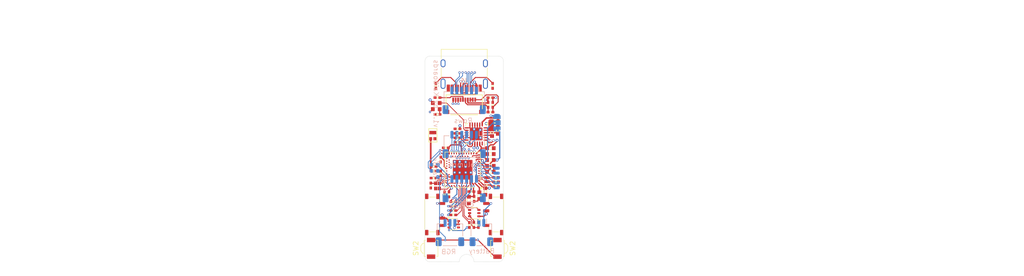
<source format=kicad_pcb>
(kicad_pcb (version 20241229) (generator "pcbnew") (generator_version "9.0")
  (layers (0 "F.Cu" signal "Top Layer") (4 "In1.Cu" signal "Mid Layer 1") (6 "In2.Cu" signal "Mid Layer 2") (2 "B.Cu" signal "Bottom Layer") (13 "F.Paste" user "Top Paste") (15 "B.Paste" user "Bottom Paste") (5 "F.SilkS" user "Top Overlay") (7 "B.SilkS" user "Bottom Overlay") (1 "F.Mask" user "Top Solder") (3 "B.Mask" user "Bottom Solder") (25 "Edge.Cuts" user))
  (property "ADDRESS1" "")
  (property "ADDRESS2" "")
  (property "ADDRESS3" "")
  (property "ADDRESS4" "")
  (property "APPLICATION_BUILDNUMBER" "")
  (property "APPROVEDBY" "")
  (property "AUTHOR" "")
  (property "CHECKEDBY" "")
  (property "CURRENTDATE" "")
  (property "CURRENTTIME" "")
  (property "DESCRIPTION" "Reference Layout Config. 4: VDD supply, LDO only, No USB")
  (property "DEVICE" "nRF52820-QDAA")
  (property "DOCUMENTFULLPATHANDNAME" "")
  (property "DOCUMENTNAME" "")
  (property "DOCUMENTNUMBER" "")
  (property "DOCUMENTSIZE" "A4")
  (property "DRAWNBY" "RUBR")
  (property "ENGINEER" "")
  (property "IMAGEPATH" "")
  (property "MODIFIEDDATE" "")
  (property "ORGANIZATION" "Nordic Semiconductor")
  (property "PROJECTNAME" "=ProjectName")
  (property "PROJECTNUMBER" "")
  (property "SHEETTOTAL" "1")
  (property "TIME" "")
  (net 0 "")
  (net 1 "GND")
  (net 2 "Row 0")
  (net 3 "Row 3")
  (net 4 "Row 2")
  (net 5 "Row 1")
  (net 6 "Col 1")
  (net 7 "Col 2")
  (net 8 "Col 3")
  (net 9 "Col 4")
  (net 10 "Col 5")
  (net 11 "Col 0")
  (net 12 "RST")
  (net 13 "VDD")
  (net 14 "VBAT")
  (net 15 "VDDA")
  (net 16 "Net-(J5-Pin_5)")
  (net 17 "GNDA")
  (net 22 "Net-(J1-CC2)")
  (net 25 "Net-(J1-CC1)")
  (net 26 "Net-(J2-Pin_1)")
  (net 27 "Net-(J3-Pin_2)")
  (net 28 "Net-(J7-Pin_4)")
  (net 29 "Net-(J7-Pin_3)")
  (net 30 "Net-(J7-Pin_5)")
  (net 31 "Net-(J7-Pin_2)")
  (net 32 "Row 4")
  (net 33 "VSENSE")
  (net 34 "D-")
  (net 35 "D+")
  (net 36 "Net-(U1-XC1)")
  (net 37 "Net-(U1-XC2)")
  (net 38 "Net-(U1-DEC3)")
  (net 39 "Net-(U1-DEC1)")
  (net 40 "Net-(U1-DEC5)")
  (net 41 "Net-(U1-DEC4)")
  (net 42 "Net-(U1-P0.00{slash}XL1)")
  (net 43 "Net-(U1-P0.01{slash}XL2)")
  (net 44 "VBUS")
  (net 45 "Net-(U1-DECUSB)")
  (net 46 "Net-(U1-ANT)")
  (net 47 "Net-(U1-DCC)")
  (net 48 "Net-(L2-Pad1)")
  (net 49 "Net-(U1-DCCH)")
  (net 50 "Net-(U2-NTC)")
  (net 51 "RGB DATA")
  (net 52 "Sensor CS")
  (net 53 "Sensor SDIO")
  (net 54 "Sensor CLK")
  (net 55 "Sensor IRQ")
  (net 56 "Net-(U2-ICHG)")
  (net 57 "PlanB 5")
  (net 58 "Net-(LD3-C)")
  (net 59 "BLED")
  (net 60 "PlanB 4")
  (net 61 "PlanB 2")
  (net 62 "PlanB 3")
  (net 63 "PlanB 1")
  (net 64 "VSYS")
  (net 65 "SWDIO")
  (net 66 "SWCLK")
  (net 67 "/MCU/RF")
  (net 68 "Net-(J3-Pin_1)")
  (net 69 "Net-(U2-DEC)")
  (net 70 "1.8v")
  (net 71 "Net-(U2-SW)")
  (net 72 "Net-(LD2-C)")
  (net 73 "Net-(U3-QOD)")
  (net 77 "PVSS")
  (net 80 "unconnected-(U1-P1.06-PadR24)")
  (net 83 "unconnected-(X1-GND-Pad4)")
  (net 90 "VSENSE_ON")
  (net 91 "RGB ON")
  (net 97 "unconnected-(X1-GND-Pad2)")
  (net 99 "CS")
  (net 100 "Net-(J7-Pin_1)")
  (net 101 "CLK")
  (net 102 "DATA")
  (net 103 "Row 5")
  (footprint "Library:C_0603_1608" (layer "F.Cu") (at 156.218045 71)
    (property "Reference" "C26" (hide yes))
    (property "Value" "10µF" (hide yes))
  )
  (footprint "Library:C_0402_1005" (layer "F.Cu") (at 146.25016 76.371105 180)
    (property "Reference" "C8" (hide yes))
    (property "Value" "100nF" (hide yes))
  )
  (footprint "Library:C_0402_1005" (layer "F.Cu") (at 143.18756 84.083295 -90)
    (property "Reference" "C1" (hide yes))
    (property "Value" "12pF" (hide yes))
  )
  (footprint "Library:LED_0603_1608" (layer "F.Cu") (at 144.30351 67.225 180)
    (property "Reference" "LD2" (hide yes))
    (property "Value" "L0603G (Amber)" (hide yes))
  )
  (footprint "Library:C_0402_1005" (layer "F.Cu") (at 143.76435 80.208505 180)
    (property "Reference" "C4" (hide yes))
    (property "Value" "0.5 pF" (hide yes))
  )
  (footprint "Library:R_0402_1005" (layer "F.Cu") (at 151.05002 92.15 -90)
    (property "Reference" "R8" (hide yes))
    (property "Value" "100R" (hide yes))
  )
  (footprint "Library:C_0402_1005" (layer "F.Cu") (at 145.22516 81.621105 90)
    (property "Reference" "C3" (hide yes))
    (property "Value" "0.8 pF" (hide yes))
  )
  (footprint "Library:L_0603_1608" (layer "F.Cu") (at 153.09499 86.145 90)
    (property "Reference" "L2" (hide yes))
    (property "Value" "10µH" (hide yes))
  )
  (footprint "Library:C_0603_1608" (layer "F.Cu") (at 155.35 81.3)
    (property "Reference" "C6" (hide yes))
    (property "Value" "4.7µF" (hide yes))
  )
  (footprint "Library:C_0402_1005" (layer "F.Cu") (at 145.22516 78.771105 -90)
    (property "Reference" "C9" (hide yes))
    (property "Value" "820pF" (hide yes))
  )
  (footprint "Library:C_0402_1005" (layer "F.Cu") (at 151.475 85.325 180)
    (property "Reference" "C16" (hide yes))
    (property "Value" "47nF" (hide yes))
  )
  (footprint "Library:C_0402_1005" (layer "F.Cu") (at 144.55351 66.125 180)
    (property "Reference" "C37" (hide yes))
    (property "Value" "560pF" (hide yes))
  )
  (footprint "NX1612SA-32.000MHZ-CHP:OSCSC105P160X120X35-4N" (layer "F.Cu") (at 144.56256 84.158295 -90)
    (property "Reference" "X1" (hide yes))
    (property "Value" "32MHz")
  )
  (footprint "Library:LED_0603_1608" (layer "F.Cu") (at 144.30351 68.475 180)
    (property "Reference" "LD3" (hide yes))
    (property "Value" "L0603 (Blue)" (hide yes))
  )
  (footprint "ScottoKeebs_Components:Switch_MSK12C02" (layer "F.Cu") (at 156.5 90 -90)
    (property "Reference" "SW1" (hide yes))
    (property "Value" "Battery" (hide yes))
  )
  (footprint "Library:C_0402_1005" (layer "F.Cu") (at 155.34998 69.099999)
    (property "Reference" "C30" (hide yes))
    (property "Value" "1uF" (hide yes))
  )
  (footprint "Library:C_0402_1005" (layer "F.Cu") (at 143.76256 82.558295 180)
    (property "Reference" "C11" (hide yes))
    (property "Value" "100pF" (hide yes))
  )
  (footprint "Library:C_0402_1005" (layer "F.Cu") (at 148.638861 72.5)
    (property "Reference" "C22" (hide yes))
    (property "Value" "1.0µF" (hide yes))
  )
  (footprint "Library:R_0402_1005" (layer "F.Cu") (at 154.87498 67.599999 90)
    (property "Reference" "FB1" (hide yes))
    (property "Value" "2.7k" (hide yes))
  )
  (footprint "Library:C_0402_1005" (layer "F.Cu") (at 148.638861 75.25 180)
    (property "Reference" "C7" (hide yes))
    (property "Value" "100nF" (hide yes))
  )
  (footprint "Library:C_0402_1005" (layer "F.Cu") (at 155.34998 66.124999)
    (property "Reference" "C38" (hide yes))
    (property "Value" "1uF" (hide yes))
  )
  (footprint "Hirose FH34SRJ-10S-0.5SH:CONN10x1_FH34SRJ-10S-0.5SH50_HIR" (layer "F.Cu") (at 149.999999 67.595007)
    (property "Reference" "J5" (hide yes))
    (property "Value" "Conn_01x10" (hide yes))
  )
  (footprint "Library:R_0402_1005" (layer "F.Cu") (at 148.638861 73.425)
    (property "Reference" "R_ICHG1" (hide yes))
    (property "Value" "4.7k" (hide yes))
  )
  (footprint "Library:C_0603_1608" (layer "F.Cu") (at 155.35 77.65)
    (property "Reference" "C20" (hide yes))
    (property "Value" "4.7µF" (hide yes))
  )
  (footprint "Library:R_0402_1005" (layer "F.Cu") (at 147.774999 88.30002 180)
    (property "Reference" "R15" (hide yes))
    (property "Value" "100R" (hide yes))
  )
  (footprint "Library:R_0402_1005" (layer "F.Cu") (at 151.975 92.15 -90)
    (property "Reference" "R_DIV1" (hide yes))
    (property "Value" "1.5M" (hide yes))
  )
  (footprint "ScottoKeebs_Components:Switch_MSK12C02" (layer "F.Cu") (at 143.5 90 90)
    (property "Reference" "SW1" (hide yes))
    (property "Value" "Battery" (hide yes))
  )
  (footprint "Library:R_0402_1005" (layer "F.Cu") (at 147.774999 87.40002 180)
    (property "Reference" "R16" (hide yes))
    (property "Value" "100R" (hide yes))
  )
  (footprint "Library:L_0603_1608" (layer "F.Cu") (at 156.868045 72.85 -90)
    (property "Reference" "L5" (hide yes))
    (property "Value" "2.2µH" (hide yes))
  )
  (footprint "Library:L_0603_1608" (layer "F.Cu") (at 155.35 78.875 180)
    (property "Reference" "L4" (hide yes))
    (property "Value" "10µH" (hide yes))
  )
  (footprint "Library:R_0402_1005" (layer "F.Cu") (at 147.774999 90.10002 180)
    (property "Reference" "R11" (hide yes))
    (property "Value" "100R" (hide yes))
  )
  (footprint "Library:L_0402_1005" (layer "F.Cu") (at 152.025 86.825 -90)
    (property "Reference" "L3" (hide yes))
    (property "Value" "15nH" (hide yes))
  )
  (footprint "Library:C_0402_1005" (layer "F.Cu") (at 145.975 85.9 -90)
    (property "Reference" "C2" (hide yes))
    (property "Value" "12pF" (hide yes))
  )
  (footprint "Library:R_0402_1005" (layer "F.Cu") (at 148.63886 74.35002 180)
    (property "Reference" "R3" (hide yes))
    (property "Value" "10k" (hide yes))
  )
  (footprint "Library:R_0402_1005" (layer "F.Cu") (at 144.225 63.725 90)
    (property "Reference" "R22" (hide yes))
    (property "Value" "5k1" (hide yes))
  )
  (footprint "Library:C_0402_1005" (layer "F.Cu") (at 156.475 83.325)
    (property "Reference" "C17" (hide yes))
    (property "Value" "12pF" (hide yes))
  )
  (footprint "Package_DFN_QFN:Nordic_AQFN-73-1EP_7x7mm_P0.5mm" (layer "F.Cu") (at 149.68756 80.858305 180)
    (property "Reference" "U1" (hide yes))
    (property "Value" "nRF52840-QIAA")
  )
  (footprint "Package_TO_SOT_SMD:SOT-363_SC-70-6" (layer "F.Cu") (at 152.05 89.725 180)
    (property "Reference" "U3" (hide yes))
    (property "Value" "TPS22919DCKR")
  )
  (footprint "Library:C_0603_1608" (layer "F.Cu") (at 150.95 87.05 90)
    (property "Reference" "C15" (hide yes))
    (property "Value" "1.0µF" (hide yes))
  )
  (footprint "Library:R_0402_1005" (layer "F.Cu") (at 155.8 63.725 90)
    (property "Reference" "R21" (hide yes))
    (property "Value" "5k1" (hide yes))
  )
  (footprint "YAGEO Antenna:ANT2012LL13R2400A" (layer "F.Cu") (at 143.65096 73.880705 90)
    (property "Reference" "AE1" (hide yes))
    (property "Value" "2450AT18A100E" (hide yes))
  )
  (footprint "2 pin starpoint:2 PIN STARPOINT" (layer "F.Cu") (at 154.9 71.425)
    (property "Reference" "J99" (hide yes))
    (property "Value" "Net tie" (hide yes))
  )
  (footprint "Library:C_0603_1608" (layer "F.Cu") (at 155.35 76.45)
    (property "Reference" "C21" (hide yes))
    (property "Value" "4.7µF" (hide yes))
  )
  (footprint "Library:C_0402_1005" (layer "F.Cu") (at 156.475 84.275)
    (property "Reference" "C5" (hide yes))
    (property "Value" "100nF" (hide yes))
  )
  (footprint "Button_Switch_SMD:SW_SPST_B3U-3000P-B" (layer "F.Cu") (at 143.2475 96.92 90)
    (property "Reference" "SW2")
    (property "Value" "Reset")
  )
  (footprint "Package_TO_SOT_SMD:SOT-363_SC-70-6" (layer "F.Cu") (at 147.875 92)
    (property "Reference" "U4" (hide yes))
    (property "Value" "TPS22919DCKR")
  )
  (footprint "Library:C_0603_1608" (layer "F.Cu") (at 155.35 80.075)
    (property "Reference" "C19" (hide yes))
    (property "Value" "10µF" (hide yes))
  )
  (footprint "Package_DFN_QFN:QFN-24-1EP_4x4mm_P0.5mm_EP2.6x2.6mm_ThermalVias" (layer "F.Cu") (at 152.425 73.55 -90)
    (property "Reference" "U2" (hide yes))
    (property "Value" "nPM1100-QDAx")
  )
  (footprint "Connector_USB:USB_C_Receptacle_HRO_TYPE-C-31-M-12" (layer "F.Cu") (at 150.01 60.16 180)
    (property "Reference" "J1" (hide yes))
    (property "Value" "HRO_TYPE-C-31-M-14" (hide yes))
  )
  (footprint "Library:R_0402_1005" (layer "F.Cu") (at 155.82498 67.599999 -90)
    (property "Reference" "FB2" (hide yes))
    (property "Value" "2.7k" (hide yes))
  )
  (footprint "Library:R_0402_1005" (layer "F.Cu") (at 144.553509 69.55002 180)
    (property "Reference" "R_BLE1" (hide yes))
    (property "Value" "470k" (hide yes))
  )
  (footprint "Library:C_0402_1005" (layer "F.Cu") (at 146.9 85.9 -90)
    (property "Reference" "C12" (hide yes))
    (property "Value" "100nF" (hide yes))
  )
  (footprint "Library:C_0603_1608" (layer "F.Cu") (at 155.67573 73.3 -90)
    (property "Reference" "C25" (hide yes))
    (property "Value" "10µF" (hide yes))
  )
  (footprint "Library:L_0402_1005" (layer "F.Cu") (at 143.764349 81.113105 180)
    (property "Reference" "L1" (hide yes))
    (property "Value" "4.7 nH" (hide yes))
  )
  (footprint "Library:R_0402_1005" (layer "F.Cu") (at 152.9 92.149999 90)
    (property "Reference" "R_DIV2" (hide yes))
    (property "Value" "220k" (hide yes))
  )
  (footprint "EXC-1210:XTAL_ECS32761210TR" (layer "F.Cu") (at 154.62 82.8835 90)
    (property "Reference" "X2" (hide yes))
    (property "Value" "32.768kHz" (hide yes))
  )
  (footprint "Library:C_0402_1005" (layer "F.Cu") (at 156.47 82.395)
    (property "Reference" "C18" (hide yes))
    (property "Value" "12pF" (hide yes))
  )
  (footprint "Button_Switch_SMD:SW_SPST_B3U-3000P-B" (layer "F.Cu") (at 156.7925 96.924998 -90)
    (property "Reference" "SW2")
    (property "Value" "Reset")
  )
  (footprint "Library:R_0402_1005" (layer "F.Cu") (at 147.774999 89.20002 180)
    (property "Reference" "R14" (hide yes))
    (property "Value" "100R" (hide yes))
  )
  (footprint "Library:C_0603_1608" (layer "F.Cu") (at 154.3 85.3 -90)
    (property "Reference" "C14" (hide yes))
    (property "Value" "1.0µF" (hide yes))
  )
  (footprint "Connector_JST:JST_SH_SM06B-SRSS-TB_1x06-1MP_P1.00mm_Horizontal" (layer "B.Cu") (at 150 75.7 180)
    (property "Reference" "J4" (hide yes))
    (property "Value" "columns" (hide yes))
  )
  (footprint "Connector:Tag-Connect_TC2030-IDC-NL_2x03_P1.27mm_Vertical" (layer "B.Cu") (at 143.985 81.095 -90)
    (property "Reference" "J8" (hide yes))
    (property "Value" "Conn_ARM_SWD_TagConnect_TC2030-NL" (hide yes))
  )
  (footprint "Connector_JST:JST_SHL_SM05B-SHLS-TF_1x05-1MP_P1.00mm_Horizontal" (layer "B.Cu") (at 158.275 82.55 -90)
    (property "Reference" "J9" (hide yes))
    (property "Value" "Conn_01x05_Pin" (hide yes))
  )
  (footprint "Connector_JST:JST_SH_SM02B-SRSS-TB_1x02-1MP_P1.00mm_Horizontal" (layer "B.Cu") (at 153.5 93.7 180)
    (property "Reference" "J2" (hide yes))
    (property "Value" "Battery" (hide yes))
  )
  (footprint "Connector_JST:JST_SH_SM06B-SRSS-TB_1x06-1MP_P1.00mm_Horizontal" (layer "B.Cu") (at 150 66.7 180)
    (property "Reference" "J6")
    (property "Value" "rows")
  )
  (footprint "Connector_JST:JST_SH_SM03B-SRSS-TB_1x03-1MP_P1.00mm_Horizontal" (layer "B.Cu") (at 147.1 93.7 180)
    (property "Reference" "J3" (hide yes))
    (property "Value" "rgb" (hide yes))
  )
  (footprint "Connector_JST:JST_SH_SM06B-SRSS-TB_1x06-1MP_P1.00mm_Horizontal" (layer "B.Cu") (at 150 84.725 180)
    (property "Reference" "J7" (hide yes))
    (property "Value" "sensor" (hide yes))
  )
  (footprint "Jumper:SolderJumper-3_P1.3mm_Open_RoundedPad1.0x1.5mm" (layer "B.Cu") (at 156.675 71.25 90)
    (property "Reference" "JP1" (hide yes))
    (property "Value" "SolderJumper_3_Open" (hide yes))
  )
  (gr_poly (pts (xy 154.95 70.775) (xy 155.15 70.6) (xy 155.925 70.6) (xy 156.075 70.75) (xy 156.075 73) (xy 154.725 73) (xy 154.65 72.925) (xy 154.65 72.675) (xy 154.925 72.4) (xy 154.925 72.175)) (fill yes) (layer "F.Cu") (net 77))
  (gr_line (start 151.999984 99.656928) (end 157.003741 99.667893) (stroke (width 0.05)) (layer "Edge.Cuts"))
  (gr_line (start 158 58.65469) (end 158 98.667893) (stroke (width 0.05)) (layer "Edge.Cuts"))
  (gr_arc (start 149 99.64998) (mid 150.503445 98.150004) (end 151.999984 99.65687) (stroke (width 0.05)) (layer "Edge.Cuts"))
  (gr_arc (start 142 58.649998) (mid 142.292893 57.942891) (end 143 57.649998) (stroke (width 0.05)) (layer "Edge.Cuts"))
  (gr_line (start 142.000001 58.649998) (end 142 98.667893) (stroke (width 0.05)) (layer "Edge.Cuts"))
  (gr_line (start 143 99.667893) (end 149 99.65) (stroke (width 0.05)) (layer "Edge.Cuts"))
  (gr_arc (start 158 98.667893) (mid 157.707107 99.375) (end 157 99.667893) (stroke (width 0.05)) (layer "Edge.Cuts"))
  (gr_line (start 143 57.649998) (end 157 57.65) (stroke (width 0.05)) (layer "Edge.Cuts"))
  (gr_arc (start 143 99.667893) (mid 142.292893 99.375) (end 142 98.667893) (stroke (width 0.05)) (layer "Edge.Cuts"))
  (gr_arc (start 157 57.65) (mid 157.707111 57.942891) (end 158 58.65) (stroke (width 0.05)) (layer "Edge.Cuts"))
  (gr_text "Columns" (at 153.25 80.4 0) (layer "B.SilkS") (effects (font (size 1 1) (thickness 0.1)) (justify left bottom mirror)))
  (gr_text "Rows" (at 151.75 71.4 0) (layer "B.SilkS") (effects (font (size 1 1) (thickness 0.1)) (justify left bottom mirror)))
  (gr_text "Sensor" (at 152.15 88.95 0) (layer "B.SilkS") (effects (font (size 1 1) (thickness 0.1)) (justify left bottom mirror)))
  (gr_text "PlanB»" (at 143.55 83.6 270) (layer "B.SilkS") (effects (font (size 1 1) (thickness 0.1)) (justify left bottom mirror)))
  (gr_text "Battery" (at 156.3 98.05 0) (layer "B.SilkS") (effects (font (size 1 1) (thickness 0.1)) (justify left bottom mirror)))
  (gr_text "RGB" (at 148.4 98.2 0) (layer "B.SilkS") (effects (font (size 1 1) (thickness 0.1)) (justify left bottom mirror)))
  (gr_text "v1.0 by KaiBoards" (at 143.7 72.3 270) (layer "B.SilkS") (effects (font (size 1 1) (thickness 0.1)) (justify left bottom mirror)))
  (segment (start 151.675 71.6125) (end 151.675 72.8) (width 0.2) (layer "F.Cu") (net 1))
  (segment (start 150.4875 72.3) (end 151.175 72.3) (width 0.2) (layer "F.Cu") (net 1))
  (segment (start 155.84998 67.074978) (end 155.82496 67.099998) (width 0.2) (layer "F.Cu") (net 1))
  (segment (start 151.675 74.3) (end 151.875 74.1) (width 0.2) (layer "F.Cu") (net 1))
  (segment (start 145.37516 82.271105) (end 145.22516 82.121105) (width 0.145) (layer "F.Cu") (net 1))
  (segment (start 152.675 73.3) (end 152.425 73.55) (width 0.2) (layer "F.Cu") (net 1))
  (segment (start 152.675 71.6125) (end 152.675 73.3) (width 0.2) (layer "F.Cu") (net 1))
  (segment (start 151.18756 82.358305) (end 151.18756 83.608305) (width 0.25) (layer "F.Cu") (net 1))
  (segment (start 151.18756 83.608305) (end 151.18756 83.782005) (width 0.25) (layer "F.Cu") (net 1))
  (segment (start 150.4875 74.3) (end 151.675 74.3) (width 0.2) (layer "F.Cu") (net 1))
  (segment (start 153.42739 72.4988) (end 153.29559 72.6306) (width 0.2) (layer "F.Cu") (net 1))
  (segment (start 151.4 83.994445) (end 151.4 84.9) (width 0.25) (layer "F.Cu") (net 1))
  (segment (start 146.93756 82.358305) (end 146.85036 82.271105) (width 0.145) (layer "F.Cu") (net 1))
  (segment (start 151.675 72.8) (end 151.875 73) (width 0.2) (layer "F.Cu") (net 1))
  (segment (start 148.18756 82.358305) (end 146.93756 82.358305) (width 0.25) (layer "F.Cu") (net 1))
  (segment (start 153.29559 72.67941) (end 152.975 73) (width 0.2) (layer "F.Cu") (net 1))
  (segment (start 146.85036 82.271105) (end 145.37516 82.271105) (width 0.145) (layer "F.Cu") (net 1))
  (segment (start 152.175 73.3) (end 152.425 73.55) (width 0.2) (layer "F.Cu") (net 1))
  (segment (start 152.175 71.625) (end 152.175 73.3) (width 0.2) (layer "F.Cu") (net 1))
  (segment (start 153.175 72.8) (end 152.975 73) (width 0.2) (layer "F.Cu") (net 1))
  (segment (start 153.29559 72.6306) (end 153.29559 72.67941) (width 0.2) (layer "F.Cu") (net 1))
  (segment (start 151.249999 66.55) (end 151.749998 66.55) (width 0.2) (layer "F.Cu") (net 1))
  (segment (start 151.175 72.3) (end 151.375 72.5) (width 0.2) (layer "F.Cu") (net 1))
  (segment (start 151.175 71.6125) (end 151.175 72.3) (width 0.2) (layer "F.Cu") (net 1))
  (segment (start 153.42739 72.4988) (end 153.4762 72.4988) (width 0.2) (layer "F.Cu") (net 1))
  (segment (start 151.4 84.9) (end 150.975 85.325) (width 0.25) (layer "F.Cu") (net 1))
  (segment (start 156 80.075) (end 156 81.3) (width 0.25) (layer "F.Cu") (net 1))
  (segment (start 153.175 71.6125) (end 153.175 72.8) (width 0.2) (layer "F.Cu") (net 1))
  (segment (start 152.425 73.55) (end 152.975 74.1) (width 0.2) (layer "F.Cu") (net 1))
  (segment (start 155.84998 66.124999) (end 155.84998 67.074978) (width 0.2) (layer "F.Cu") (net 1))
  (segment (start 151.18756 83.782005) (end 151.4 83.994445) (width 0.25) (layer "F.Cu") (net 1))
  (segment (start 156.449 66.124999) (end 155.84998 66.124999) (width 0.2) (layer "F.Cu") (net 1))
  (via (at 154.5 71.425) (size 0.6) (drill 0.3) (layers "F.Cu" "B.Cu") (net 1))
  (via (at 150.3 79.275) (size 0.6) (drill 0.3) (layers "F.Cu" "B.Cu") (net 1))
  (via (at 148.05 81.425) (size 0.6) (drill 0.3) (layers "F.Cu" "B.Cu") (net 1))
  (via (at 149.075 79.225) (size 0.6) (drill 0.3) (layers "F.Cu" "B.Cu") (net 1))
  (via (at 152.025 72.575) (size 0.6) (drill 0.3) (layers "F.Cu" "B.Cu") (net 1))
  (via (at 148.075 79.225) (size 0.6) (drill 0.3) (layers "F.Cu" "B.Cu") (net 1))
  (via (at 149.075 81.45) (size 0.6) (drill 0.3) (layers "F.Cu" "B.Cu") (net 1))
  (via (at 150.28757 80.258295) (size 0.6) (drill 0.3) (layers "F.Cu" "B.Cu") (net 1))
  (via (at 156.449 66.124999) (size 0.5) (drill 0.3) (layers "F.Cu" "B.Cu") (net 1))
  (via (at 153.325 74.325) (size 0.6) (drill 0.3) (layers "F.Cu" "B.Cu") (net 1))
  (via (at 153.275 72.725) (size 0.6) (drill 0.3) (layers "F.Cu" "B.Cu") (net 1))
  (via (at 149.08756 80.258295) (size 0.6) (drill 0.3) (layers "F.Cu" "B.Cu") (net 1))
  (via (at 148.05 80.25) (size 0.6) (drill 0.3) (layers "F.Cu" "B.Cu") (net 1))
  (via (at 151.35 81.45) (size 0.6) (drill 0.3) (layers "F.Cu" "B.Cu") (net 1))
  (via (at 150.3 81.425) (size 0.6) (drill 0.3) (layers "F.Cu" "B.Cu") (net 1))
  (segment (start 152.758305 79.608305) (end 152.5 79.35) (width 0.15) (layer "F.Cu") (net 2))
  (segment (start 152.5 79.35) (end 152.45 79.35) (width 0.15) (layer "F.Cu") (net 2))
  (segment (start 152.93756 79.608305) (end 152.758305 79.608305) (width 0.15) (layer "F.Cu") (net 2))
  (via (at 152.525 79.375) (size 0.45) (drill 0.2) (layers "F.Cu" "B.Cu") (net 2))
  (via (at 152.175 61) (size 0.45) (drill 0.2) (layers "F.Cu" "B.Cu") (net 2))
  (segment (start 152.5 64.7) (end 152.5 64.071293) (width 0.15) (layer "B.Cu") (net 2))
  (segment (start 152.5 64.071293) (end 151.525 63.096293) (width 0.15) (layer "B.Cu") (net 2))
  (segment (start 151.525 61.65) (end 152.175 61) (width 0.15) (layer "B.Cu") (net 2))
  (segment (start 151.525 63.096293) (end 151.525 61.65) (width 0.15) (layer "B.Cu") (net 2))
  (segment (start 152.083411 80.858305) (end 152.006557 80.935159) (width 0.15) (layer "F.Cu") (net 3))
  (segment (start 152.43756 80.858305) (end 152.083411 80.858305) (width 0.15) (layer "F.Cu") (net 3))
  (via (at 150.3 61) (size 0.45) (drill 0.2) (layers "F.Cu" "B.Cu") (net 3))
  (via (at 152.125 80.975) (size 0.45) (drill 0.2) (layers "F.Cu" "B.Cu") (net 3))
  (segment (start 150.572 61.252096) (end 150.273718 60.953814) (width 0.15) (layer "B.Cu") (net 3))
  (segment (start 149.5 63.925001) (end 150.572 62.853001) (width 0.15) (layer "B.Cu") (net 3))
  (segment (start 150.572 62.853001) (end 150.572 61.252096) (width 0.15) (layer "B.Cu") (net 3))
  (segment (start 149.5 64.7) (end 149.5 63.925001) (width 0.15) (layer "B.Cu") (net 3))
  (segment (start 152.43756 80.358305) (end 152.049342 80.358305) (width 0.15) (layer "F.Cu") (net 4))
  (segment (start 152.049342 80.358305) (end 152.048 80.359647) (width 0.15) (layer "F.Cu") (net 4))
  (via (at 150.925 61) (size 0.45) (drill 0.2) (layers "F.Cu" "B.Cu") (net 4))
  (via (at 152.125 80.375) (size 0.45) (drill 0.2) (layers "F.Cu" "B.Cu") (net 4))
  (segment (start 150.5 64.7) (end 150.5 63.7) (width 0.15) (layer "B.Cu") (net 4))
  (segment (start 150.85 63.35) (end 150.85 60.925) (width 0.15) (layer "B.Cu") (net 4))
  (segment (start 150.5 63.7) (end 150.85 63.35) (width 0.15) (layer "B.Cu") (net 4))
  (segment (start 152.43756 79.858305) (end 152.192299 79.858305) (width 0.15) (layer "F.Cu") (net 5))
  (segment (start 152.192299 79.858305) (end 152.116997 79.783003) (width 0.15) (layer "F.Cu") (net 5))
  (via (at 151.55 61) (size 0.45) (drill 0.2) (layers "F.Cu" "B.Cu") (net 5))
  (via (at 152.116997 79.783003) (size 0.45) (drill 0.2) (layers "F.Cu" "B.Cu") (net 5))
  (segment (start 151.2 61.325) (end 151.575 60.95) (width 0.15) (layer "B.Cu") (net 5))
  (segment (start 151.5 64.7) (end 151.5 63.65) (width 0.15) (layer "B.Cu") (net 5))
  (segment (start 151.2 63.35) (end 151.2 61.325) (width 0.15) (layer "B.Cu") (net 5))
  (segment (start 151.5 63.65) (end 151.2 63.35) (width 0.15) (layer "B.Cu") (net 5))
  (segment (start 148.68756 78.28744) (end 148.525 78.45) (width 0.15) (layer "F.Cu") (net 6))
  (segment (start 148.68756 78.108305) (end 148.68756 78.28744) (width 0.15) (layer "F.Cu") (net 6))
  (via (at 148.525 78.45) (size 0.45) (drill 0.2) (layers "F.Cu" "B.Cu") (net 6))
  (segment (start 149.147 75.56665) (end 149.147 76.022) (width 0.15) (layer "B.Cu") (net 6))
  (segment (start 148.525 78.278767) (end 148.525 78.45) (width 0.15) (layer "B.Cu") (net 6))
  (segment (start 151.5 74.63635) (end 150.86435 75.272) (width 0.15) (layer "B.Cu") (net 6))
  (segment (start 150.86435 75.272) (end 149.44165 75.272) (width 0.15) (layer "B.Cu") (net 6))
  (segment (start 149.147 76.022) (end 149.388058 76.263058) (width 0.15) (layer "B.Cu") (net 6))
  (segment (start 149.44165 75.272) (end 149.147 75.56665) (width 0.15) (layer "B.Cu") (net 6))
  (segment (start 151.5 73.7) (end 151.5 74.63635) (width 0.15) (layer "B.Cu") (net 6))
  (segment (start 149.388058 76.263058) (end 149.388058 77.415709) (width 0.15) (layer "B.Cu") (net 6))
  (segment (start 149.388058 77.415709) (end 148.525 78.278767) (width 0.15) (layer "B.Cu") (net 6))
  (segment (start 148.93756 77.260923) (end 148.960058 77.238425) (width 0.15) (layer "F.Cu") (net 7))
  (segment (start 148.93756 77.608305) (end 148.93756 77.260923) (width 0.15) (layer "F.Cu") (net 7))
  (via (at 148.960058 77.238425) (size 0.45) (drill 0.2) (layers "F.Cu" "B.Cu") (net 7))
  (segment (start 149.375 74.925) (end 149.85 74.925) (width 0.15) (layer "B.Cu") (net 7))
  (segment (start 150.5 74.275) (end 150.5 73.7) (width 0.15) (layer "B.Cu") (net 7))
  (segment (start 148.960058 77.238425) (end 148.868589 77.146956) (width 0.15) (layer "B.Cu") (net 7))
  (segment (start 149.85 74.925) (end 150.5 74.275) (width 0.15) (layer "B.Cu") (net 7))
  (segment (start 148.868589 77.146956) (end 148.868589 75.431411) (width 0.15) (layer "B.Cu") (net 7))
  (segment (start 148.868589 75.431411) (end 149.375 74.925) (width 0.15) (layer "B.Cu") (net 7))
  (segment (start 148.43756 77.608305) (end 148.43756 76.990289) (width 0.15) (layer "F.Cu") (net 8))
  (segment (start 148.43756 76.990289) (end 148.440589 76.98726) (width 0.15) (layer "F.Cu") (net 8))
  (via (at 148.440589 76.98726) (size 0.45) (drill 0.2) (layers "F.Cu" "B.Cu") (net 8))
  (segment (start 148.45 76.977849) (end 148.45 75.175) (width 0.15) (layer "B.Cu") (net 8))
  (segment (start 148.45 75.175) (end 149.5 74.125) (width 0.15) (layer "B.Cu") (net 8))
  (segment (start 148.440589 76.98726) (end 148.45 76.977849) (width 0.15) (layer "B.Cu") (net 8))
  (segment (start 149.5 74.125) (end 149.5 73.7) (width 0.15) (layer "B.Cu") (net 8))
  (segment (start 147.93756 77.608305) (end 147.93756 77.268792) (width 0.15) (layer "F.Cu") (net 9))
  (segment (start 147.93756 77.268792) (end 147.936146 77.267378) (width 0.15) (layer "F.Cu") (net 9))
  (via (at 147.936146 77.267378) (size 0.45) (drill 0.2) (layers "F.Cu" "B.Cu") (net 9))
  (segment (start 148.5 74.474999) (end 148.5 73.7) (width 0.15) (layer "B.Cu") (net 9))
  (segment (start 147.936146 77.267378) (end 147.936146 75.038853) (width 0.15) (layer "B.Cu") (net 9))
  (segment (start 147.936146 75.038853) (end 148.5 74.474999) (width 0.15) (layer "B.Cu") (net 9))
  (segment (start 147.43756 76.988547) (end 147.43334 76.984327) (width 0.15) (layer "F.Cu") (net 10))
  (segment (start 147.43756 77.608305) (end 147.43756 76.988547) (width 0.15) (layer "F.Cu") (net 10))
  (via (at 147.43334 76.984327) (size 0.45) (drill 0.2) (layers "F.Cu" "B.Cu") (net 10))
  (segment (start 147.5 76.917667) (end 147.5 73.7) (width 0.15) (layer "B.Cu") (net 10))
  (segment (start 147.43334 76.984327) (end 147.5 76.917667) (width 0.15) (layer "B.Cu") (net 10))
  (segment (start 149.18756 78.108305) (end 149.18756 78.462307) (width 0.15) (layer "F.Cu") (net 11))
  (segment (start 149.18756 78.462307) (end 149.105729 78.544138) (width 0.15) (layer "F.Cu") (net 11))
  (via (at 149.1 78.45) (size 0.45) (drill 0.2) (layers "F.Cu" "B.Cu") (net 11))
  (segment (start 152.5 74.474999) (end 151.424999 75.55) (width 0.15) (layer "B.Cu") (net 11))
  (segment (start 151.424999 75.55) (end 150.655884 75.55) (width 0.15) (layer "B.Cu") (net 11))
  (segment (start 152.5 73.7) (end 152.5 74.474999) (width 0.15) (layer "B.Cu") (net 11))
  (segment (start 149.675 76.530884) (end 149.675 77.844716) (width 0.15) (layer "B.Cu") (net 11))
  (segment (start 149.1 78.419716) (end 149.1 78.45) (width 0.15) (layer "B.Cu") (net 11))
  (segment (start 150.655884 75.55) (end 149.675 76.530884) (width 0.15) (layer "B.Cu") (net 11))
  (segment (start 149.675 77.844716) (end 149.1 78.419716) (width 0.15) (layer "B.Cu") (net 11))
  (segment (start 152.82 95.22) (end 156.224998 98.624998) (width 0.2) (layer "F.Cu") (net 12))
  (segment (start 149.68756 78.108305) (end 149.687559 78.447153) (width 0.15) (layer "F.Cu") (net 12))
  (segment (start 143.2475 95.22) (end 152.82 95.22) (width 0.2) (layer "F.Cu") (net 12))
  (segment (start 156.224998 98.624998) (end 156.7925 98.624998) (width 0.2) (layer "F.Cu") (net 12))
  (via (at 149.675 78.45) (size 0.45) (drill 0.2) (layers "F.Cu" "B.Cu") (net 12))
  (via (at 146.125 95.225) (size 0.45) (drill 0.2) (layers "F.Cu" "B.Cu") (net 12))
  (via (at 152.779 95.183388) (size 0.45) (drill 0.2) (layers "F.Cu" "B.Cu") (net 12))
  (segment (start 146.15 94.65) (end 146.15 95.2) (width 0.15) (layer "B.Cu") (net 12))
  (segment (start 144.978 93.478) (end 146.15 94.65) (width 0.15) (layer "B.Cu") (net 12))
  (segment (start 144.978 83.397) (end 144.978 93.478) (width 0.15) (layer "B.Cu") (net 12))
  (segment (start 144.62 81.095) (end 145.425 81.9) (width 0.15) (layer "B.Cu") (net 12))
  (segment (start 146.15 95.2) (end 146.125 95.225) (width 0.15) (layer "B.Cu") (net 12))
  (segment (start 145.425 82.95) (end 144.978 83.397) (width 0.15) (layer "B.Cu") (net 12))
  (segment (start 145.425 81.9) (end 145.425 82.95) (width 0.15) (layer "B.Cu") (net 12))
  (segment (start 147.346265 75.775) (end 149.125 75.775) (width 0.25) (layer "F.Cu") (net 13))
  (segment (start 155.101018 84.625) (end 155.123494 84.602524) (width 0.25) (layer "F.Cu") (net 13))
  (segment (start 149.43756 76.08756) (end 149.138861 75.788861) (width 0.25) (layer "F.Cu") (net 13))
  (segment (start 154.155373 84.430373) (end 154.35 84.625) (width 0.25) (layer "F.Cu") (net 13))
  (segment (start 154.65 81.225) (end 154.65 81.3) (width 0.25) (layer "F.Cu") (net 13))
  (segment (start 152.983305 79.108305) (end 154.022 80.147) (width 0.25) (layer "F.Cu") (net 13))
  (segment (start 149.43756 76.08756) (end 149.43756 76.375) (width 0.25) (layer "F.Cu") (net 13))
  (segment (start 146.93756 77.608305) (end 146.93756 77.233505) (width 0.25) (layer "F.Cu") (net 13))
  (segment (start 149.43756 75.98744) (end 149.65 75.775) (width 0.25) (layer "F.Cu") (net 13))
  (segment (start 147.415484 84.590626) (end 146.9 85.10611) (width 0.25) (layer "F.Cu") (net 13))
  (segment (start 154.84998 66.6) (end 154.3 66.6) (width 0.25) (layer "F.Cu") (net 13))
  (segment (start 155.35 79.55) (end 156.025 78.875) (width 0.25) (layer "F.Cu") (net 13))
  (segment (start 149.43756 76.375) (end 149.43756 77.608305) (width 0.25) (layer "F.Cu") (net 13))
  (segment (start 152.93756 79.108305) (end 152.983305 79.108305) (width 0.25) (layer "F.Cu") (net 13))
  (segment (start 146.80016 76.421105) (end 146.75016 76.371105) (width 0.25) (layer "F.Cu") (net 13))
  (segment (start 154.7529 67.2221) (end 154.875 67.1) (width 0.25) (layer "F.Cu") (net 13))
  (segment (start 154.022 80.597) (end 154.65 81.225) (width 0.25) (layer "F.Cu") (net 13))
  (segment (start 150.75 67.152901) (end 150.819199 67.2221) (width 0.25) (layer "F.Cu") (net 13))
  (segment (start 149.43756 76.233305) (end 149.43756 76.375) (width 0.25) (layer "F.Cu") (net 13))
  (segment (start 154.022 80.147) (end 154.022 80.597) (width 0.25) (layer "F.Cu") (net 13))
  (segment (start 153.759627 84.430373) (end 154.155373 84.430373) (width 0.25) (layer "F.Cu") (net 13))
  (segment (start 155.35 80.6) (end 155.35 79.55) (width 0.25) (layer "F.Cu") (net 13))
  (segment (start 149.125 75.775) (end 149.43756 76.08756) (width 0.25) (layer "F.Cu") (net 13))
  (segment (start 152.93756 83.608305) (end 153.759627 84.430373) (width 0.25) (layer "F.Cu") (net 13))
  (segment (start 149.138861 75.788861) (end 149.138861 75.25) (width 0.25) (layer "F.Cu") (net 13))
  (segment (start 146.93756 77.233505) (end 146.80016 77.096105) (width 0.25) (layer "F.Cu") (net 13))
  (segment (start 147.415484 84.590626) (end 147.43756 84.56855) (width 0.25) (layer "F.Cu") (net 13))
  (segment (start 146.80016 77.096105) (end 146.80016 76.421105) (width 0.25) (layer "F.Cu") (net 13))
  (segment (start 149.43756 76.233305) (end 149.43756 76.08756) (width 0.25) (layer "F.Cu") (net 13))
  (segment (start 154.65 81.3) (end 155.35 80.6) (width 0.25) (layer "F.Cu") (net 13))
  (segment (start 146.75016 76.371105) (end 147.346265 75.775) (width 0.25) (layer "F.Cu") (net 13))
  (segment (start 150.75 66.55) (end 150.75 67.152901) (width 0.25) (layer "F.Cu") (net 13))
  (segment (start 150.819199 67.2221) (end 154.7529 67.2221) (width 0.25) (layer "F.Cu") (net 13))
  (segment (start 154.84998 67.07498) (end 154.875 67.1) (width 0.25) (layer "F.Cu") (net 13))
  (segment (start 154.84998 66.124999) (end 154.84998 66.6) (width 0.25) (layer "F.Cu") (net 13))
  (segment (start 149.43756 76.08756) (end 149.43756 75.98744) (width 0.25) (layer "F.Cu") (net 13))
  (segment (start 156.7 78.875) (end 156.025 78.875) (width 0.25) (layer "F.Cu") (net 13))
  (segment (start 154.84998 66.6) (end 154.84998 67.07498) (width 0.25) (layer "F.Cu") (net 13))
  (segment (start 154.35 84.625) (end 155.101018 84.625) (width 0.25) (layer "F.Cu") (net 13))
  (segment (start 147.43756 84.56855) (end 147.43756 84.108305) (width 0.25) (layer "F.Cu") (net 13))
  (segment (start 149.43756 77.046105) (end 149.43756 76.233305) (width 0.25) (layer "F.Cu") (net 13))
  (segment (start 146.9 85.10611) (end 146.9 85.4) (width 0.25) (layer "F.Cu") (net 13))
  (via (at 147.415484 84.590626) (size 0.6) (drill 0.3) (layers "F.Cu" "B.Cu") (net 13))
  (via (at 149.65 75.775) (size 0.6) (drill 0.3) (layers "F.Cu" "B.Cu") (net 13))
  (via (at 154.3 66.6) (size 0.5) (drill 0.3) (layers "F.Cu" "B.Cu") (net 13))
  (via (at 155.123494 84.602524) (size 0.6) (drill 0.3) (layers "F.Cu" "B.Cu") (net 13))
  (via (at 156.7 78.875) (size 0.6) (drill 0.3) (layers "F.Cu" "B.Cu") (net 13))
  (segment (start 146.6 81.925) (end 146.6 83.775142) (width 0.2) (layer "B.Cu") (net 13))
  (segment (start 144.5 79.825) (end 146.6 81.925) (width 0.2) (layer "B.Cu") (net 13))
  (segment (start 157.248031 73.123031) (end 156.675 72.55) (width 0.25) (layer "B.Cu") (net 13))
  (segment (start 157.248031 78.426969) (end 157.248031 73.123031) (width 0.25) (layer "B.Cu") (net 13))
  (segment (start 146.6 83.775142) (end 147.415484 84.590626) (width 0.2) (layer "B.Cu") (net 13))
  (segment (start 156.8 78.875) (end 157.248031 78.426969) (width 0.25) (layer "B.Cu") (net 13))
  (segment (start 144.62 79.825) (end 144.5 79.825) (width 0.15) (layer "B.Cu") (net 13))
  (segment (start 156.7 78.875) (end 156.8 78.875) (width 0.25) (layer "B.Cu") (net 13))
  (segment (start 154.5 89.848) (end 154.527 89.875) (width 0.25) (layer "F.Cu") (net 14))
  (segment (start 149.138861 71.875) (end 149.138861 72.5) (width 0.25) (layer "F.Cu") (net 14))
  (segment (start 152.001921 76.395673) (end 152.001921 76.395671) (width 0.25) (layer "F.Cu") (net 14))
  (segment (start 145.5 90.75) (end 145.5 90.1) (width 0.25) (layer "F.Cu") (net 14))
  (segment (start 153 90.375) (end 154.025 90.375) (width 0.25) (layer "F.Cu") (net 14))
  (segment (start 154.025 90.375) (end 154.525 89.875) (width 0.25) (layer "F.Cu") (net 14))
  (segment (start 154.5 89.25) (end 154.5 89.848) (width 0.25) (layer "F.Cu") (net 14))
  (segment (start 146.325 90.75) (end 146.925 91.35) (width 0.25) (layer "F.Cu") (net 14))
  (segment (start 145.5 90.75) (end 146.325 90.75) (width 0.25) (layer "F.Cu") (net 14))
  (segment (start 152.175 76.222592) (end 152.175 75.4875) (width 0.25) (layer "F.Cu") (net 14))
  (segment (start 152.001921 76.395671) (end 152.175 76.222592) (width 0.25) (layer "F.Cu") (net 14))
  (segment (start 154.525 89.875) (end 154.527 89.875) (width 0.25) (layer "F.Cu") (net 14))
  (via (at 154.527 89.875) (size 0.6) (drill 0.3) (layers "F.Cu" "B.Cu") (net 14))
  (via (at 152.001921 76.395673) (size 0.6) (drill 0.3) (layers "F.Cu" "B.Cu") (net 14))
  (via (at 145.5 90.1) (size 0.6) (drill 0.3) (layers "F.Cu" "B.Cu") (net 14))
  (via (at 149.138861 71.875) (size 0.6) (drill 0.3) (layers "F.Cu" "B.Cu") (net 14))
  (segment (start 150.672982 67.5751) (end 154.3501 67.5751) (width 0.2) (layer "F.Cu") (net 15))
  (segment (start 154.3501 67.5751) (end 154.397 67.622) (width 0.2) (layer "F.Cu") (net 15))
  (segment (start 150.249999 66.55) (end 150.249999 67.149999) (width 0.2) (layer "F.Cu") (net 15))
  (segment (start 154.875 69.074979) (end 154.84998 69.099999) (width 0.2) (layer "F.Cu") (net 15))
  (segment (start 150.249999 67.149999) (end 150.397 67.297) (width 0.2) (layer "F.Cu") (net 15))
  (segment (start 154.875 68.1) (end 154.875 69.074979) (width 0.2) (layer "F.Cu") (net 15))
  (segment (start 154.397 67.622) (end 154.397 67.628) (width 0.2) (layer "F.Cu") (net 15))
  (segment (start 150.397 67.297) (end 150.397 67.299119) (width 0.2) (layer "F.Cu") (net 15))
  (segment (start 150.397 67.299119) (end 150.672982 67.5751) (width 0.2) (layer "F.Cu") (net 15))
  (segment (start 154.403 67.628) (end 154.875 68.1) (width 0.2) (layer "F.Cu") (net 15))
  (segment (start 154.397 67.628) (end 154.403 67.628) (width 0.2) (layer "F.Cu") (net 15))
  (segment (start 149.721999 65.9029) (end 147.3471 65.9029) (width 0.2) (layer "F.Cu") (net 16))
  (segment (start 147.125 66.125) (end 145.05351 66.125) (width 0.2) (layer "F.Cu") (net 16))
  (segment (start 147.3471 65.9029) (end 147.125 66.125) (width 0.2) (layer "F.Cu") (net 16))
  (segment (start 149.749999 65.9309) (end 149.721999 65.9029) (width 0.2) (layer "F.Cu") (net 16))
  (segment (start 149.749999 66.55) (end 149.749999 65.9309) (width 0.2) (layer "F.Cu") (net 16))
  (segment (start 156.927 66.322994) (end 156.925 66.324994) (width 0.2) (layer "F.Cu") (net 17))
  (segment (start 156.925 65.875) (end 156.925 65.925004) (width 0.2) (layer "F.Cu") (net 17))
  (segment (start 156.925 66.999958) (end 156.30296 67.621998) (width 0.2) (layer "F.Cu") (net 17))
  (segment (start 156.625 65.575) (end 156.925 65.875) (width 0.2) (layer "F.Cu") (net 17))
  (segment (start 152.25 66.55) (end 153.475 66.55) (width 0.2) (layer "F.Cu") (net 17))
  (segment (start 156.925 66.324994) (end 156.925 66.999958) (width 0.2) (layer "F.Cu") (net 17))
  (segment (start 153.475 66.55) (end 154.45 65.575) (width 0.2) (layer "F.Cu") (net 17))
  (segment (start 154.45 65.575) (end 156.625 65.575) (width 0.2) (layer "F.Cu") (net 17))
  (segment (start 156.30296 67.621998) (end 156.30296 67.627998) (width 0.2) (layer "F.Cu") (net 17))
  (segment (start 155.84998 68.125018) (end 155.82496 68.099998) (width 0.2) (layer "F.Cu") (net 17))
  (segment (start 156.29696 67.627998) (end 155.82496 68.099998) (width 0.2) (layer "F.Cu") (net 17))
  (segment (start 156.925 65.925004) (end 156.927 65.927004) (width 0.2) (layer "F.Cu") (net 17))
  (segment (start 156.927 65.927004) (end 156.927 66.322994) (width 0.2) (layer "F.Cu") (net 17))
  (segment (start 156.30296 67.627998) (end 156.29696 67.627998) (width 0.2) (layer "F.Cu") (net 17))
  (segment (start 155.84998 69.099999) (end 155.84998 68.125018) (width 0.2) (layer "F.Cu") (net 17))
  (segment (start 148.26 63.014702) (end 147.257298 62.012) (width 0.2) (layer "F.Cu") (net 22))
  (segment (start 147.257298 62.012) (end 145.388021 62.012) (width 0.2) (layer "F.Cu") (net 22))
  (segment (start 148.26 64.205) (end 148.26 63.014702) (width 0.2) (layer "F.Cu") (net 22))
  (segment (start 145.388021 62.012) (end 144.22502 63.175001) (width 0.2) (layer "F.Cu") (net 22))
  (segment (start 144.22502 63.175001) (end 144.22502 63.225001) (width 0.2) (layer "F.Cu") (net 22))
  (segment (start 151.26 63.04) (end 152.288 62.012) (width 0.2) (layer "F.Cu") (net 25))
  (segment (start 152.288 62.012) (end 154.637019 62.012) (width 0.2) (layer "F.Cu") (net 25))
  (segment (start 154.637019 62.012) (end 155.80002 63.175001) (width 0.2) (layer "F.Cu") (net 25))
  (segment (start 151.26 64.205) (end 151.26 63.04) (width 0.2) (layer "F.Cu") (net 25))
  (segment (start 155.80002 63.175001) (end 155.80002 63.225001) (width 0.2) (layer "F.Cu") (net 25))
  (segment (start 155.45 87.75) (end 154.5 87.75) (width 0.2) (layer "F.Cu") (net 26))
  (segment (start 145.5 87.75) (end 144.55 87.75) (width 0.2) (layer "F.Cu") (net 26))
  (segment (start 144.55 87.75) (end 144.525 87.725) (width 0.2) (layer "F.Cu") (net 26))
  (via (at 155.45 87.75) (size 0.5) (drill 0.3) (layers "F.Cu" "B.Cu") (net 26))
  (via (at 144.525 87.725) (size 0.5) (drill 0.3) (layers "F.Cu" "B.Cu") (net 26))
  (segment (start 154 89.25) (end 154 91.7) (width 0.2) (layer "B.Cu") (net 26))
  (segment (start 155.45 87.8) (end 154 89.25) (width 0.2) (layer "B.Cu") (net 26))
  (segment (start 155.45 87.75) (end 155.45 87.8) (width 0.2) (layer "B.Cu") (net 26))
  (segment (start 150.575001 92.649999) (end 151.04998 92.649999) (width 0.2) (layer "F.Cu") (net 27))
  (via (at 150.575001 92.649999) (size 0.45) (drill 0.2) (layers "F.Cu" "B.Cu") (net 27))
  (segment (start 150.575001 92.649999) (end 149.95 93.275) (width 0.2) (layer "B.Cu") (net 27))
  (segment (start 147.65 93.275) (end 147.1 92.725) (width 0.2) (layer "B.Cu") (net 27))
  (segment (start 149.95 93.275) (end 147.65 93.275) (width 0.2) (layer "B.Cu") (net 27))
  (segment (start 147.1 92.725) (end 147.1 91.7) (width 0.2) (layer "B.Cu") (net 27))
  (segment (start 147.275 88.3) (end 146.749999 88.3) (width 0.2) (layer "F.Cu") (net 28))
  (via (at 146.749999 88.3) (size 0.45) (drill 0.2) (layers "F.Cu" "B.Cu") (net 28))
  (segment (start 146.674999 88.3) (end 147.267642 88.3) (width 0.2) (layer "B.Cu") (net 28))
  (segment (start 149.5 86.067642) (end 149.5 82.725) (width 0.2) (layer "B.Cu") (net 28))
  (segment (start 147.267642 88.3) (end 149.5 86.067642) (width 0.2) (layer "B.Cu") (net 28))
  (segment (start 147.275 89.2) (end 146.755 89.2) (width 0.2) (layer "F.Cu") (net 29))
  (segment (start 146.755 89.2) (end 146.75 89.195) (width 0.2) (layer "F.Cu") (net 29))
  (via (at 146.75 89.195) (size 0.45) (drill 0.2) (layers "F.Cu" "B.Cu") (net 29))
  (segment (start 150.5 85.7) (end 150.5 82.725) (width 0.2) (layer "B.Cu") (net 29))
  (segment (start 147.005 89.195) (end 150.5 85.7) (width 0.2) (layer "B.Cu") (net 29))
  (segment (start 146.675 89.195) (end 147.005 89.195) (width 0.2) (layer "B.Cu") (net 29))
  (segment (start 147.275 87.15) (end 147.275 87.4) (width 0.2) (layer "F.Cu") (net 30))
  (segment (start 147.725 86.7) (end 147.275 87.15) (width 0.2) (layer "F.Cu") (net 30))
  (via (at 147.725 86.7) (size 0.45) (drill 0.2) (layers "F.Cu" "B.Cu") (net 30))
  (segment (start 147.849003 86.512361) (end 148.5 85.861364) (width 0.2) (layer "B.Cu") (net 30))
  (segment (start 147.849003 86.575997) (end 147.849003 86.512361) (width 0.2) (layer "B.Cu") (net 30))
  (segment (start 147.65 86.7) (end 147.725 86.7) (width 0.2) (layer "B.Cu") (net 30))
  (segment (start 148.5 85.861364) (end 148.5 82.725) (width 0.2) (layer "B.Cu") (net 30))
  (segment (start 147.725 86.7) (end 147.849003 86.575997) (width 0.2) (layer "B.Cu") (net 30))
  (segment (start 146.745 90.09502) (end 146.74998 90.1) (width 0.2) (layer "F.Cu") (net 31))
  (segment (start 146.74998 90.1) (end 147.275001 90.1) (width 0.2) (layer "F.Cu") (net 31))
  (via (at 146.745 90.09502) (size 0.45) (drill 0.2) (layers "F.Cu" "B.Cu") (net 31))
  (segment (start 151.425 82.8) (end 151.5 82.725) (width 0.2) (layer "B.Cu") (net 31))
  (segment (start 146.67 90.09502) (end 151.425 85.34002) (width 0.2) (layer "B.Cu") (net 31))
  (segment (start 151.425 85.34002) (end 151.425 82.8) (width 0.2) (layer "B.Cu") (net 31))
  (segment (start 150.851458 78.251458) (end 150.708305 78.108305) (width 0.15) (layer "F.Cu") (net 32))
  (segment (start 150.708305 78.108305) (end 150.68756 78.108305) (width 0.15) (layer "F.Cu") (net 32))
  (segment (start 150.851458 78.424937) (end 150.851458 78.251458) (width 0.15) (layer "F.Cu") (net 32))
  (via (at 150.9 78.45) (size 0.45) (drill 0.2) (layers "F.Cu" "B.Cu") (net 32))
  (via (at 149.675 61) (size 0.45) (drill 0.2) (layers "F.Cu" "B.Cu") (net 32))
  (segment (start 148.5 62.825) (end 149.675 61.65) (width 0.15) (layer "B.Cu") (net 32))
  (segment (start 149.675 61.65) (end 149.675 60.95) (width 0.15) (layer "B.Cu") (net 32))
  (segment (start 148.5 64.7) (end 148.5 62.825) (width 0.15) (layer "B.Cu") (net 32))
  (segment (start 149.99356 90.19356) (end 149.99356 84.552305) (width 0.15) (layer "F.Cu") (net 33))
  (segment (start 151.97498 92.649999) (end 152.875 92.65) (width 0.15) (layer "F.Cu") (net 33))
  (segment (start 151.52198 92.152999) (end 151.52198 91.225486) (width 0.15) (layer "F.Cu") (net 33))
  (segment (start 151.97498 92.649999) (end 151.525 92.200019) (width 0.15) (layer "F.Cu") (net 33))
  (segment (start 151.525 92.200019) (end 151.525 92.152999) (width 0.15) (layer "F.Cu") (net 33))
  (segment (start 150.775 90.975) (end 149.99356 90.19356) (width 0.15) (layer "F.Cu") (net 33))
  (segment (start 149.99356 84.552305) (end 150.43756 84.108305) (width 0.15) (layer "F.Cu") (net 33))
  (segment (start 151.52198 91.225486) (end 151.271494 90.975) (width 0.15) (layer "F.Cu") (net 33))
  (segment (start 151.525 92.152999) (end 151.52198 92.152999) (width 0.15) (layer "F.Cu") (net 33))
  (segment (start 151.271494 90.975) (end 150.775 90.975) (width 0.15) (layer "F.Cu") (net 33))
  (segment (start 154.543045 74.8) (end 154.3625 74.8) (width 0.2) (layer "F.Cu") (net 34))
  (segment (start 154.801 75.057955) (end 154.543045 74.8) (width 0.2) (layer "F.Cu") (net 34))
  (segment (start 156.018045 74.854002) (end 155.529359 75.342688) (width 0.2) (layer "F.Cu") (net 34))
  (segment (start 151.93756 77.226505) (end 151.93756 77.608305) (width 0.2) (layer "F.Cu") (net 34))
  (segment (start 155.529359 75.342688) (end 155.081005 75.342688) (width 0.2) (layer "F.Cu") (net 34))
  (segment (start 152.008845 77.108845) (end 151.93756 77.03756) (width 0.2) (layer "F.Cu") (net 34))
  (segment (start 152.055284 77.10002) (end 152.055284 77.108781) (width 0.2) (layer "F.Cu") (net 34))
  (segment (start 155.081005 75.342688) (end 154.801 75.062683) (width 0.2) (layer "F.Cu") (net 34))
  (segment (start 154.801 75.062683) (end 154.801 75.057955) (width 0.2) (layer "F.Cu") (net 34))
  (segment (start 149.882 63.252) (end 150.638 63.252) (width 0.2) (layer "F.Cu") (net 34))
  (segment (start 150.638 63.252) (end 150.76 63.374) (width 0.2) (layer "F.Cu") (net 34))
  (segment (start 150.76 63.374) (end 150.76 64.205) (width 0.2) (layer "F.Cu") (net 34))
  (segment (start 149.882 62.829677) (end 149.882 63.252) (width 0.2) (layer "F.Cu") (net 34))
  (segment (start 149.76 64.205) (end 149.76 63.374) (width 0.2) (layer "F.Cu") (net 34))
  (segment (start 152.046459 77.108845) (end 152.008845 77.108845) (width 0.2) (layer "F.Cu") (net 34))
  (segment (start 149.76 63.374) (end 149.882 63.252) (width 0.2) (layer "F.Cu") (net 34))
  (segment (start 152.055284 77.108781) (end 151.93756 77.226505) (width 0.2) (layer "F.Cu") (net 34))
  (segment (start 149.886496 62.825181) (end 149.882 62.829677) (width 0.2) (layer "F.Cu") (net 34))
  (segment (start 152.055284 77.10002) (end 152.046459 77.108845) (width 0.2) (layer "F.Cu") (net 34))
  (via (at 149.886496 62.825181) (size 0.5) (drill 0.3) (layers "F.Cu" "B.Cu") (net 34))
  (via (at 152.055284 77.10002) (size 0.5) (drill 0.3) (layers "F.Cu" "B.Cu") (net 34))
  (via (at 156.018045 74.854002) (size 0.5) (drill 0.3) (layers "F.Cu" "B.Cu") (net 34))
  (segment (start 149.26 64.205) (end 149.26 65.035) (width 0.2) (layer "F.Cu") (net 35))
  (segment (start 154.713039 74.3) (end 154.3625 74.3) (width 0.2) (layer "F.Cu") (net 35))
  (segment (start 155.279 74.864688) (end 155.277727 74.864688) (width 0.2) (layer "F.Cu") (net 35))
  (segment (start 149.26 62.825506) (end 149.26 64.205) (width 0.2) (layer "F.Cu") (net 35))
  (segment (start 151.428282 77.099867) (end 151.43757 77.109155) (width 0.2) (layer "F.Cu") (net 35))
  (segment (start 149.259494 62.825) (end 149.26 62.825506) (width 0.2) (layer "F.Cu") (net 35))
  (segment (start 150.138 65.158) (end 150.26 65.036) (width 0.2) (layer "F.Cu") (net 35))
  (segment (start 149.26 65.035) (end 149.383 65.158) (width 0.2) (layer "F.Cu") (net 35))
  (segment (start 155.277727 74.864688) (end 154.713039 74.3) (width 0.2) (layer "F.Cu") (net 35))
  (segment (start 151.43757 77.109155) (end 151.43757 77.608305) (width 0.2) (layer "F.Cu") (net 35))
  (segment (start 149.383 65.158) (end 150.138 65.158) (width 0.2) (layer "F.Cu") (net 35))
  (segment (start 150.26 65.036) (end 150.26 64.205) (width 0.2) (layer "F.Cu") (net 35))
  (via (at 149.259494 62.825) (size 0.5) (drill 0.3) (layers "F.Cu" "B.Cu") (net 35))
  (via (at 151.428282 77.099867) (size 0.5) (drill 0.3) (layers "F.Cu" "B.Cu") (net 35))
  (via (at 155.279 74.864688) (size 0.5) (drill 0.3) (layers "F.Cu" "B.Cu") (net 35))
  (segment (start 143.23756 83.633295) (end 143.18756 83.583295) (width 0.2) (layer "F.Cu") (net 36))
  (segment (start 144.18756 83.633295) (end 143.23756 83.633295) (width 0.2) (layer "F.Cu") (net 36))
  (segment (start 145.682724 83.401605) (end 145.292414 83.011295) (width 0.15) (layer "F.Cu") (net 36))
  (segment (start 143.06256 83.608295) (end 143.01256 83.558295) (width 0.15) (layer "F.Cu") (net 36))
  (segment (start 146.43756 83.608305) (end 146.23086 83.401605) (width 0.15) (layer "F.Cu") (net 36))
  (segment (start 144.60956 83.011295) (end 144.33756 83.283295) (width 0.15) (layer "F.Cu") (net 36))
  (segment (start 145.292414 83.011295) (end 144.60956 83.011295) (width 0.15) (layer "F.Cu") (net 36))
  (segment (start 146.23086 83.401605) (end 145.682724 83.401605) (width 0.15) (layer "F.Cu") (net 36))
  (segment (start 144.78756 84.683295) (end 144.76256 84.658295) (width 0.15) (layer "F.Cu") (net 37))
  (segment (start 146.93756 84.108305) (end 146.93756 84.41244) (width 0.15) (layer "F.Cu") (net 37))
  (segment (start 146.93756 84.41244) (end 146.525 84.825) (width 0.15) (layer "F.Cu") (net 37))
  (segment (start 146.525 84.825) (end 145.975 84.825) (width 0.15) (layer "F.Cu") (net 37))
  (segment (start 145.079265 84.825) (end 144.93756 84.683295) (width 0.15) (layer "F.Cu") (net 37))
  (segment (start 145.975 84.825) (end 145.079265 84.825) (width 0.15) (layer "F.Cu") (net 37))
  (segment (start 145.975 84.825) (end 145.975 85.4) (width 0.15) (layer "F.Cu") (net 37))
  (segment (start 144.56256 82.558295) (end 144.26256 82.558295) (width 0.15) (layer "F.Cu") (net 38))
  (segment (start 146.93198 82.858305) (end 146.66918 83.121105) (width 0.15) (layer "F.Cu") (net 38))
  (segment (start 144.73756 82.733295) (end 144.56256 82.558295) (width 0.15) (layer "F.Cu") (net 38))
  (segment (start 145.797876 83.123605) (end 145.407566 82.733295) (width 0.15) (layer "F.Cu") (net 38))
  (segment (start 146.93756 82.858305) (end 146.93198 82.858305) (width 0.15) (layer "F.Cu") (net 38))
  (segment (start 146.66918 83.121105) (end 146.154944 83.121105) (width 0.15) (layer "F.Cu") (net 38))
  (segment (start 146.154944 83.121105) (end 146.152444 83.123605) (width 0.15) (layer "F.Cu") (net 38))
  (segment (start 145.407566 82.733295) (end 144.73756 82.733295) (width 0.15) (layer "F.Cu") (net 38))
  (segment (start 146.152444 83.123605) (end 145.797876 83.123605) (width 0.15) (layer "F.Cu") (net 38))
  (segment (start 153.058305 83.108305) (end 153.925 83.975) (width 0.25) (layer "F.Cu") (net 39))
  (segment (start 153.925 83.975) (end 155.325 83.975) (width 0.25) (layer "F.Cu") (net 39))
  (segment (start 152.93756 83.108305) (end 153.058305 83.108305) (width 0.25) (layer "F.Cu") (net 39))
  (segment (start 155.625 84.275) (end 155.95 84.275) (width 0.25) (layer "F.Cu") (net 39))
  (segment (start 155.95 84.275) (end 155.975 84.3) (width 0.25) (layer "F.Cu") (net 39))
  (segment (start 155.325 83.975) (end 155.625 84.275) (width 0.25) (layer "F.Cu") (net 39))
  (segment (start 146.321885 80.608305) (end 145.944525 80.230945) (width 0.25) (layer "F.Cu") (net 40))
  (segment (start 145.944525 78.99047) (end 145.22516 78.271105) (width 0.25) (layer "F.Cu") (net 40))
  (segment (start 146.43756 80.608305) (end 146.321885 80.608305) (width 0.25) (layer "F.Cu") (net 40))
  (segment (start 145.944525 80.230945) (end 145.944525 78.99047) (width 0.25) (layer "F.Cu") (net 40))
  (segment (start 151.975 86.275019) (end 152.02498 86.324999) (width 0.2) (layer "F.Cu") (net 41))
  (segment (start 152.02498 86.324999) (end 151.000001 86.324999) (width 0.25) (layer "F.Cu") (net 41))
  (segment (start 151.80956 83.730305) (end 151.68756 83.608305) (width 0.25) (layer "F.Cu") (net 41))
  (segment (start 146.014972 82.695605) (end 146.102272 82.608305) (width 0.15) (layer "F.Cu") (net 41))
  (segment (start 151.000001 86.324999) (end 150.95 86.375) (width 0.2) (layer "F.Cu") (net 41))
  (segment (start 151.975 85.325) (end 151.975 86.275019) (width 0.25) (layer "F.Cu") (net 41))
  (segment (start 151.89707 83.852388) (end 151.80956 83.764877) (width 0.25) (layer "F.Cu") (net 41))
  (segment (start 151.89707 84.225) (end 151.89707 83.852388) (width 0.25) (layer "F.Cu") (net 41))
  (segment (start 145.97516 82.695605) (end 146.014972 82.695605) (width 0.15) (layer "F.Cu") (net 41))
  (segment (start 146.102272 82.608305) (end 146.37976 82.608305) (width 0.15) (layer "F.Cu") (net 41))
  (segment (start 151.80956 83.764877) (end 151.80956 83.730305) (width 0.25) (layer "F.Cu") (net 41))
  (segment (start 151.89707 84.225) (end 151.89707 85.321) (width 0.25) (layer "F.Cu") (net 41))
  (via (at 145.97516 82.695605) (size 0.45) (drill 0.2) (layers "F.Cu" "B.Cu") (net 41))
  (via (at 151.89707 84.225) (size 0.45) (drill 0.2) (layers "F.Cu" "B.Cu") (net 41))
  (segment (start 153.67516 82.746105) (end 154.225055 83.296) (width 0.145) (layer "F.Cu") (net 42))
  (segment (start 154.225055 83.296) (end 154.62 83.296) (width 0.145) (layer "F.Cu") (net 42))
  (segment (start 153.67516 82.746105) (end 152.54976 82.746105) (width 0.145) (layer "F.Cu") (net 42))
  (segment (start 154.62 83.296) (end 155.921 83.296) (width 0.145) (layer "F.Cu") (net 42))
  (segment (start 152.54976 82.746105) (end 152.43756 82.858305) (width 0.145) (layer "F.Cu") (net 42))
  (segment (start 155.921 83.296) (end 155.975 83.35) (width 0.145) (layer "F.Cu") (net 42))
  (segment (start 152.550255 82.471) (end 154.62 82.471) (width 0.145) (layer "F.Cu") (net 43))
  (segment (start 154.62 82.471) (end 155.894 82.471) (width 0.145) (layer "F.Cu") (net 43))
  (segment (start 154.37715 82.471105) (end 154.377045 82.471) (width 0.145) (layer "F.Cu") (net 43))
  (segment (start 152.550255 82.471) (end 152.43756 82.358305) (width 0.145) (layer "F.Cu") (net 43))
  (segment (start 155.894 82.471) (end 155.97 82.395) (width 0.145) (layer "F.Cu") (net 43))
  (segment (start 152.46 65.18) (end 152.46 64.205) (width 0.25) (layer "F.Cu") (net 44))
  (segment (start 152.46707 77.578795) (end 152.43756 77.608305) (width 0.25) (layer "F.Cu") (net 44))
  (segment (start 153.5 76.45) (end 153.475 76.425) (width 0.25) (layer "F.Cu") (net 44))
  (segment (start 153.475 76.199999) (end 153.475 76.575) (width 0.25) (layer "F.Cu") (net 44))
  (segment (start 152.654077 77.395923) (end 152.645 77.395923) (width 0.25) (layer "F.Cu") (net 44))
  (segment (start 147.891 65.511) (end 152.129 65.511) (width 0.25) (layer "F.Cu") (net 44))
  (segment (start 152.645 77.395923) (end 152.46707 77.573853) (width 0.25) (layer "F.Cu") (net 44))
  (segment (start 152.46707 77.573853) (end 152.46707 77.578795) (width 0.25) (layer "F.Cu") (net 44))
  (segment (start 155.35 75.775) (end 154.675 76.45) (width 0.25) (layer "F.Cu") (net 44))
  (segment (start 147.56 64.205) (end 147.56 65.18) (width 0.25) (layer "F.Cu") (net 44))
  (segment (start 152.46 63.319943) (end 152.09946 62.959403) (width 0.25) (layer "F.Cu") (net 44))
  (segment (start 154.675 76.45) (end 153.5 76.45) (width 0.25) (layer "F.Cu") (net 44))
  (segment (start 153.175 75.4875) (end 153.175 75.899999) (width 0.25) (layer "F.Cu") (net 44))
  (segment (start 153.175 75.899999) (end 153.475 76.199999) (width 0.25) (layer "F.Cu") (net 44))
  (segment (start 156.695031 75.054969) (end 155.975 75.775) (width 0.25) (layer "F.Cu") (net 44))
  (segment (start 153.475 76.575) (end 152.654077 77.395923) (width 0.25) (layer "F.Cu") (net 44))
  (segment (start 152.129 65.511) (end 152.46 65.18) (width 0.25) (layer "F.Cu") (net 44))
  (segment (start 147.56 65.18) (end 147.891 65.511) (width 0.25) (layer "F.Cu") (net 44))
  (segment (start 153.475 76.425) (end 153.475 76.575) (width 0.25) (layer "F.Cu") (net 44))
  (segment (start 152.46 64.205) (end 152.46 63.319943) (width 0.25) (layer "F.Cu") (net 44))
  (segment (start 156.695031 74.849346) (end 156.695031 75.054969) (width 0.25) (layer "F.Cu") (net 44))
  (segment (start 155.975 75.775) (end 155.35 75.775) (width 0.25) (layer "F.Cu") (net 44))
  (via (at 156.695031 74.849346) (size 0.6) (drill 0.3) (layers "F.Cu" "B.Cu") (net 44))
  (via (at 152.09946 62.959403) (size 0.6) (drill 0.3) (layers "F.Cu" "B.Cu") (net 44))
  (segment (start 154.475 77.85) (end 154.675 77.65) (width 0.25) (layer "F.Cu") (net 45))
  (segment (start 152.964645 77.85) (end 152.725495 77.85) (width 0.184) (layer "F.Cu") (net 45))
  (segment (start 152.964645 77.85) (end 154.475 77.85) (width 0.25) (layer "F.Cu") (net 45))
  (segment (start 152.59269 77.982805) (end 151.81306 77.982805) (width 0.184) (layer "F.Cu") (net 45))
  (segment (start 152.725495 77.85) (end 152.59269 77.982805) (width 0.184) (layer "F.Cu") (net 45))
  (segment (start 151.81306 77.982805) (end 151.68756 78.108305) (width 0.184) (layer "F.Cu") (net 45))
  (segment (start 146.93756 81.858305) (end 146.84976 81.946105) (width 0.145) (layer "F.Cu") (net 46))
  (segment (start 146.84976 81.946105) (end 145.92516 81.946105) (width 0.145) (layer "F.Cu") (net 46))
  (segment (start 145.22215 81.121105) (end 144.32817 81.121105) (width 0.3493) (layer "F.Cu") (net 46))
  (segment (start 145.92516 81.946105) (end 145.22516 81.246105) (width 0.145) (layer "F.Cu") (net 46))
  (segment (start 145.22516 81.246105) (end 145.22516 81.121105) (width 0.145) (layer "F.Cu") (net 46))
  (segment (start 153.09499 84.515735) (end 152.18756 83.608305) (width 0.25) (layer "F.Cu") (net 47))
  (segment (start 153.09499 85.47) (end 153.09499 84.515735) (width 0.25) (layer "F.Cu") (net 47))
  (segment (start 152.589991 87.324999) (end 153.09499 86.82) (width 0.25) (layer "F.Cu") (net 48))
  (segment (start 152.02498 87.324999) (end 152.589991 87.324999) (width 0.25) (layer "F.Cu") (net 48))
  (segment (start 152.47106 78.324805) (end 152.43756 78.358305) (width 0.21) (layer "F.Cu") (net 49))
  (segment (start 152.891845 78.3) (end 154.1 78.3) (width 0.25) (layer "F.Cu") (net 49))
  (segment (start 152.87374 78.324805) (end 152.47106 78.324805) (width 0.21) (layer "F.Cu") (net 49))
  (segment (start 152.87374 78.31626) (end 152.87374 78.324805) (width 0.2) (layer "F.Cu") (net 49))
  (segment (start 154.1 78.3) (end 154.675 78.875) (width 0.25) (layer "F.Cu") (net 49))
  (segment (start 149.25 74.35) (end 149.138861 74.35) (width 0.2) (layer "F.Cu") (net 50))
  (segment (start 151.675 75.899999) (end 151.446999 76.128) (width 0.2) (layer "F.Cu") (net 50))
  (segment (start 151.675 75.4875) (end 151.675 75.899999) (width 0.2) (layer "F.Cu") (net 50))
  (segment (start 150.939139 76.128) (end 149.161139 74.35) (width 0.2) (layer "F.Cu") (net 50))
  (segment (start 151.446999 76.128) (end 150.939139 76.128) (width 0.2) (layer "F.Cu") (net 50))
  (segment (start 149.71556 84.330305) (end 149.71556 90.315559) (width 0.15) (layer "F.Cu") (net 51))
  (segment (start 151.024979 91.675) (end 151.04998 91.649999) (width 0.2) (layer "F.Cu") (net 51))
  (segment (start 149.93756 84.108305) (end 149.71556 84.330305) (width 0.15) (layer "F.Cu") (net 51))
  (segment (start 149.71556 90.315559) (end 151.05 91.649999) (width 0.15) (layer "F.Cu") (net 51))
  (segment (start 149.43756 84.108305) (end 149.43756 89.22794) (width 0.15) (layer "F.Cu") (net 52))
  (segment (start 148.5655 90.1) (end 148.256 90.1) (width 0.15) (layer "F.Cu") (net 52))
  (segment (start 149.43756 89.22794) (end 148.5655 90.1) (width 0.15) (layer "F.Cu") (net 52))
  (segment (start 148.331 90.1) (end 148.275 90.1) (width 0.15) (layer "F.Cu") (net 52))
  (segment (start 148.93756 84.108305) (end 149.15 84.320745) (width 0.15) (layer "F.Cu") (net 53))
  (segment (start 148.575 89.2) (end 148.2 89.2) (width 0.15) (layer "F.Cu") (net 53))
  (segment (start 149.15 84.320745) (end 149.15 88.625) (width 0.15) (layer "F.Cu") (net 53))
  (segment (start 148.93756 84.108305) (end 148.93756 84.117685) (width 0.15) (layer "F.Cu") (net 53))
  (segment (start 149.15 88.625) (end 148.575 89.2) (width 0.15) (layer "F.Cu") (net 53))
  (segment (start 148.85 88) (end 148.55 88.3) (width 0.15) (layer "F.Cu") (net 54))
  (segment (start 148.55 88.3) (end 148.2 88.3) (width 0.15) (layer "F.Cu") (net 54))
  (segment (start 147.93756 84.108305) (end 148.85 85.020745) (width 0.15) (layer "F.Cu") (net 54))
  (segment (start 148.85 85.020745) (end 148.85 88) (width 0.15) (layer "F.Cu") (net 54))
  (segment (start 146.916695 83.608305) (end 146.55 83.975) (width 0.15) (layer "F.Cu") (net 55))
  (segment (start 148.18756 83.608305) (end 146.916695 83.608305) (width 0.15) (layer "F.Cu") (net 55))
  (segment (start 146.368467 84.156533) (end 146.368467 84.31067) (width 0.15) (layer "F.Cu") (net 55))
  (segment (start 148.275 86.727003) (end 148.275 87.4) (width 0.15) (layer "F.Cu") (net 55))
  (segment (start 146.55 83.975) (end 146.368467 84.156533) (width 0.15) (layer "F.Cu") (net 55))
  (segment (start 148.302003 86.7) (end 148.275 86.727003) (width 0.15) (layer "F.Cu") (net 55))
  (via (at 146.368467 84.31067) (size 0.45) (drill 0.2) (layers "F.Cu" "B.Cu") (net 55))
  (via (at 148.302003 86.7) (size 0.45) (drill 0.2) (layers "F.Cu" "B.Cu") (net 55))
  (segment (start 149.847 74.571999) (end 149.847 73.971999) (width 0.2) (layer "F.Cu") (net 56))
  (segment (start 150.4875 74.8) (end 150.075001 74.8) (width 0.2) (layer "F.Cu") (net 56))
  (segment (start 149.847 73.971999) (end 149.300021 73.42502) (width 0.2) (layer "F.Cu") (net 56))
  (segment (start 150.075001 74.8) (end 149.847 74.571999) (width 0.2) (layer "F.Cu") (net 56))
  (segment (start 152.93756 82.108305) (end 153.313195 82.108305) (width 0.15) (layer "F.Cu") (net 57))
  (segment (start 153.313195 82.108305) (end 153.375 82.0465) (width 0.15) (layer "F.Cu") (net 57))
  (via (at 153.375 82.0465) (size 0.45) (drill 0.2) (layers "F.Cu" "B.Cu") (net 57))
  (segment (start 153.375 82.0465) (end 153.6715 82.0465) (width 0.15) (layer "B.Cu") (net 57))
  (segment (start 156.175 84.55) (end 156.6 84.55) (width 0.15) (layer "B.Cu") (net 57))
  (segment (start 153.6715 82.0465) (end 156.175 84.55) (width 0.15) (layer "B.Cu") (net 57))
  (segment (start 145 69.49649) (end 145.05351 69.55) (width 0.2) (layer "F.Cu") (net 58))
  (segment (start 145 68.475) (end 145 69.49649) (width 0.2) (layer "F.Cu") (net 58))
  (segment (start 143.025 69.05) (end 143.22199 68.85301) (width 0.15) (layer "F.Cu") (net 59))
  (segment (start 147.394943 78.108305) (end 147.305544 78.197704) (width 0.15) (layer "F.Cu") (net 59))
  (segment (start 143.22199 68.85301) (end 143.225 68.85301) (width 0.15) (layer "F.Cu") (net 59))
  (segment (start 143.225 68.85301) (end 143.60301 68.475) (width 0.15) (layer "F.Cu") (net 59))
  (segment (start 147.68756 78.108305) (end 147.394943 78.108305) (width 0.15) (layer "F.Cu") (net 59))
  (via (at 147.305544 78.197704) (size 0.45) (drill 0.2) (layers "F.Cu" "B.Cu") (net 59))
  (via (at 143.025 69.05) (size 0.45) (drill 0.2) (layers "F.Cu" "B.Cu") (net 59))
  (segment (start 153.748351 81.608305) (end 152.93756 81.608305) (width 0.15) (layer "F.Cu") (net 60))
  (segment (start 153.753722 81.611186) (end 153.751232 81.611186) (width 0.15) (layer "F.Cu") (net 60))
  (segment (start 153.751232 81.611186) (end 153.748351 81.608305) (width 0.15) (layer "F.Cu") (net 60))
  (via (at 153.753722 81.611186) (size 0.45) (drill 0.2) (layers "F.Cu" "B.Cu") (net 60))
  (segment (start 153.753722 81.611186) (end 154.186186 81.611186) (width 0.15) (layer "B.Cu") (net 60))
  (segment (start 156.125 83.55) (end 156.6 83.55) (width 0.15) (layer "B.Cu") (net 60))
  (segment (start 154.186186 81.611186) (end 156.125 83.55) (width 0.15) (layer "B.Cu") (net 60))
  (segment (start 153.293774 80.625) (end 153.277079 80.608305) (width 0.15) (layer "F.Cu") (net 61))
  (segment (start 153.277079 80.608305) (end 152.93756 80.608305) (width 0.15) (layer "F.Cu") (net 61))
  (segment (start 153.525 80.625) (end 153.293774 80.625) (width 0.15) (layer "F.Cu") (net 61))
  (via (at 153.525 80.625) (size 0.45) (drill 0.2) (layers "F.Cu" "B.Cu") (net 61))
  (segment (start 155.125 80.625) (end 156.05 81.55) (width 0.15) (layer "B.Cu") (net 61))
  (segment (start 156.05 81.55) (end 156.6 81.55) (width 0.15) (layer "B.Cu") (net 61))
  (segment (start 153.525 80.625) (end 155.125 80.625) (width 0.15) (layer "B.Cu") (net 61))
  (segment (start 153.36884 81.181305) (end 153.29584 81.108305) (width 0.15) (layer "F.Cu") (net 62))
  (segment (start 153.29584 81.108305) (end 152.93756 81.108305) (width 0.15) (layer "F.Cu") (net 62))
  (via (at 153.36884 81.181305) (size 0.45) (drill 0.2) (layers "F.Cu" "B.Cu") (net 62))
  (segment (start 154.606306 81.181305) (end 155.975001 82.55) (width 0.15) (layer "B.Cu") (net 62))
  (segment (start 155.975001 82.55) (end 156.6 82.55) (width 0.15) (layer "B.Cu") (net 62))
  (segment (start 153.36884 81.181305) (end 154.606306 81.181305) (width 0.15) (layer "B.Cu") (net 62))
  (segment (start 152.93756 80.108305) (end 153.266695 80.108305) (width 0.15) (layer "F.Cu") (net 63))
  (segment (start 153.266695 80.108305) (end 153.3 80.075) (width 0.15) (layer "F.Cu") (net 63))
  (via (at 153.25 80.075) (size 0.45) (drill 0.2) (layers "F.Cu" "B.Cu") (net 63))
  (segment (start 153.3 80.075) (end 155.5 80.075) (width 0.15) (layer "B.Cu") (net 63))
  (segment (start 155.5 80.075) (end 155.975 80.55) (width 0.15) (layer "B.Cu") (net 63))
  (segment (start 155.975 80.55) (end 156.6 80.55) (width 0.15) (layer "B.Cu") (net 63))
  (segment (start 143.60301 67.15301) (end 143.05 66.6) (width 0.25) (layer "F.Cu") (net 64))
  (segment (start 143.60301 67.225) (end 143.60301 67.15301) (width 0.25) (layer "F.Cu") (net 64))
  (segment (start 153.715323 79.140323) (end 154.65 80.075) (width 0.25) (layer "F.Cu") (net 64))
  (segment (start 154.65 80.075) (end 154.454055 80.075) (width 0.25) (layer "F.Cu") (net 64))
  (segment (start 152.51386 78.858305) (end 152.43756 78.858305) (width 0.25) (layer "F.Cu") (net 64))
  (segment (start 153.351751 78.696105) (end 152.67606 78.696105) (width 0.25) (layer "F.Cu") (net 64))
  (segment (start 152.728911 76.400018) (end 152.728911 76.33203) (width 0.25) (layer "F.Cu") (net 64))
  (segment (start 153.684646 79.029) (end 153.351751 78.696105) (width 0.25) (layer "F.Cu") (net 64))
  (segment (start 153.745998 79.029) (end 153.715323 79.059675) (width 0.25) (layer "F.Cu") (net 64))
  (segment (start 153.715323 79.059675) (end 153.715323 79.140323) (width 0.25) (layer "F.Cu") (net 64))
  (segment (start 153.745998 79.029) (end 153.684646 79.029) (width 0.25) (layer "F.Cu") (net 64))
  (segment (start 152.728911 76.33203) (end 152.675 76.278119) (width 0.25) (layer "F.Cu") (net 64))
  (segment (start 152.675 76.278119) (end 152.675 75.4875) (width 0.25) (layer "F.Cu") (net 64))
  (segment (start 152.67606 78.696105) (end 152.51386 78.858305) (width 0.25) (layer "F.Cu") (net 64))
  (via (at 143.05 66.6) (size 0.6) (drill 0.3) (layers "F.Cu" "B.Cu") (net 64))
  (via (at 152.728911 76.400018) (size 0.6) (drill 0.3) (layers "F.Cu" "B.Cu") (net 64))
  (via (at 153.745998 79.029) (size 0.6) (drill 0.3) (layers "F.Cu" "B.Cu") (net 64))
  (segment (start 145.121 77.492106) (end 145.121003 77.492103) (width 0.15) (layer "F.Cu") (net 65))
  (segment (start 145.121003 77.492103) (end 145.467103 77.492103) (width 0.15) (layer "F.Cu") (net 65))
  (segment (start 146.083305 78.108305) (end 146.43756 78.108305) (width 0.15) (layer "F.Cu") (net 65))
  (segment (start 145.467103 77.492103) (end 146.083305 78.108305) (width 0.15) (layer "F.Cu") (net 65))
  (via (at 145.121 77.492106) (size 0.45) (drill 0.2) (layers "F.Cu" "B.Cu") (net 65))
  (segment (start 145.121 77.492106) (end 143.35 79.263106) (width 0.15) (layer "B.Cu") (net 65))
  (segment (start 143.35 79.263106) (end 143.35 79.825) (width 0.15) (layer "B.Cu") (net 65))
  (segment (start 145.073528 76.917062) (end 145.07353 76.91706) (width 0.15) (layer "F.Cu") (net 66))
  (segment (start 145.76706 76.91706) (end 146.775 77.925) (width 0.15) (layer "F.Cu") (net 66))
  (segment (start 146.43756 78.608305) (end 146.43756 78.605499) (width 0.15) (layer "F.Cu") (net 66))
  (segment (start 146.775 78.270865) (end 146.43756 78.608305) (width 0.15) (layer "F.Cu") (net 66))
  (segment (start 146.775 77.925) (end 146.775 78.270865) (width 0.15) (layer "F.Cu") (net 66))
  (segment (start 145.07353 76.91706) (end 145.76706 76.91706) (width 0.15) (layer "F.Cu") (net 66))
  (via (at 145.073528 76.917062) (size 0.45) (drill 0.2) (layers "F.Cu" "B.Cu") (net 66))
  (segment (start 142.675 80.42) (end 143.35 81.095) (width 0.15) (layer "B.Cu") (net 66))
  (segment (start 145.073528 76.917062) (end 145.032938 76.917062) (width 0.15) (layer "B.Cu") (net 66))
  (segment (start 145.032938 76.917062) (end 142.675 79.275) (width 0.15) (layer "B.Cu") (net 66))
  (segment (start 142.675 79.275) (end 142.675 80.42) (width 0.15) (layer "B.Cu") (net 66))
  (segment (start 143.17 74.521265) (end 143.17016 74.521105) (width 0.3493) (layer "F.Cu") (net 67))
  (segment (start 143.17 81.018735) (end 143.17 74.521265) (width 0.3493) (layer "F.Cu") (net 67))
  (segment (start 143.26435 81.113085) (end 143.17 81.018735) (width 0.3493) (layer "F.Cu") (net 67))
  (segment (start 148.825 91.35) (end 148.825 92) (width 0.2) (layer "F.Cu") (net 68))
  (segment (start 148.500001 92) (end 148.825 92) (width 0.2) (layer "F.Cu") (net 68))
  (segment (start 147.996 92.717335) (end 147.996 92.504001) (width 0.2) (layer "F.Cu") (net 68))
  (segment (start 147.996 92.504001) (end 148.500001 92) (width 0.2) (layer "F.Cu") (net 68))
  (via (at 147.996 92.717335) (size 0.5) (drill 0.3) (layers "F.Cu" "B.Cu") (net 68))
  (segment (start 147.996 91.804) (end 148.1 91.7) (width 0.2) (layer "B.Cu") (net 68))
  (segment (start 147.996 92.717335) (end 147.996 91.804) (width 0.2) (layer "B.Cu") (net 68))
  (segment (start 154.35 73.8) (end 155.475 73.8) (width 0.25) (layer "F.Cu") (net 69))
  (segment (start 155.45 70.275) (end 155.45 69.85) (width 0.3) (layer "F.Cu") (net 70))
  (segment (start 156.893045 71) (end 156.893045 72.131955) (width 0.3) (layer "F.Cu") (net 70))
  (segment (start 156.893045 70.275) (end 156.893045 71) (width 0.3) (layer "F.Cu") (net 70))
  (segment (start 156.868045 71.175) (end 156.893045 71.15) (width 0.2) (layer "F.Cu") (net 70))
  (segment (start 153.675 71.625) (end 153.675 71.15) (width 0.3) (layer "F.Cu") (net 70))
  (segment (start 153.675 71.15) (end 154.55 70.275) (width 0.3) (layer "F.Cu") (net 70))
  (segment (start 156.893045 72.131955) (end 156.93609 72.175) (width 0.3) (layer "F.Cu") (net 70))
  (segment (start 155.45 70.275) (end 156.893045 70.275) (width 0.3) (layer "F.Cu") (net 70))
  (segment (start 154.55 70.275) (end 155.45 70.275) (width 0.3) (layer "F.Cu") (net 70))
  (via (at 155.45 69.85) (size 0.5) (drill 0.3) (layers "F.Cu" "B.Cu") (net 70))
  (segment (start 156.575 69.85) (end 156.675 69.95) (width 0.3) (layer "B.Cu") (net 70))
  (segment (start 155.45 69.85) (end 156.575 69.85) (width 0.3) (layer "B.Cu") (net 70))
  (segment (start 154.35 73.3) (end 156.518045 73.3) (width 0.25) (layer "F.Cu") (net 71))
  (segment (start 149.872 72.474206) (end 149.872 70.672) (width 0.15) (layer "F.Cu") (net 72))
  (segment (start 150.4875 72.8) (end 150.197794 72.8) (width 0.15) (layer "F.Cu") (net 72))
  (segment (start 150.197794 72.8) (end 149.872 72.474206) (width 0.15) (layer "F.Cu") (net 72))
  (segment (start 146.425 67.225) (end 145 67.225) (width 0.15) (layer "F.Cu") (net 72))
  (segment (start 149.872 70.672) (end 146.425 67.225) (width 0.15) (layer "F.Cu") (net 72))
  (segment (start 151.97498 91.24998) (end 151.1 90.375) (width 0.2) (layer "F.Cu") (net 73))
  (segment (start 151.1 89.725) (end 151.1 90.375) (width 0.2) (layer "F.Cu") (net 73))
  (segment (start 151.97498 91.649999) (end 151.97498 91.24998) (width 0.2) (layer "F.Cu") (net 73))
  (segment (start 146.43756 80.108305) (end 146.41879 80.108305) (width 0.15) (layer "F.Cu") (net 80))
  (segment (start 144.81256 83.558295) (end 145.41256 83.558295) (width 0.2) (layer "F.Cu") (net 83))
  (segment (start 145.41256 83.558295) (end 145.76256 83.908295) (width 0.2) (layer "F.Cu") (net 83))
  (segment (start 144.76256 83.608295) (end 144.81256 83.558295) (width 0.2) (layer "F.Cu") (net 83))
  (via (at 145.76256 83.908295) (size 0.6) (drill 0.3) (layers "F.Cu" "B.Cu") (net 83))
  (segment (start 153 89.075) (end 152.5 88.575) (width 0.15) (layer "F.Cu") (net 90))
  (segment (start 150.27156 88.24656) (end 150.27156 84.774305) (width 0.15) (layer "F.Cu") (net 90))
  (segment (start 150.6 88.575) (end 150.27156 88.24656) (width 0.15) (layer "F.Cu") (net 90))
  (segment (start 152.5 88.575) (end 150.6 88.575) (width 0.15) (layer "F.Cu") (net 90))
  (segment (start 150.27156 84.774305) (end 150.93756 84.108305) (width 0.15) (layer "F.Cu") (net 90))
  (segment (start 146.93756 80.358305) (end 147.283305 80.358305) (width 0.2) (layer "F.Cu") (net 91))
  (segment (start 146.925 93.175) (end 146.917887 93.182113) (width 0.15) (layer "F.Cu") (net 91))
  (segment (start 147.283305 80.358305) (end 147.3 80.375) (width 0.2) (layer "F.Cu") (net 91))
  (segment (start 146.925 92.65) (end 146.925 93.175) (width 0.15) (layer "F.Cu") (net 91))
  (via (at 146.917887 93.182113) (size 0.45) (drill 0.2) (layers "F.Cu" "B.Cu") (net 91))
  (via (at 147.3 80.375) (size 0.45) (drill 0.2) (layers "F.Cu" "B.Cu") (net 91))
  (segment (start 143.96256 84.708295) (end 144.01256 84.658295) (width 0.2) (layer "F.Cu") (net 97))
  (segment (start 150.975282 76.70339) (end 150.976282 76.70439) (width 0.15) (layer "F.Cu") (net 99))
  (segment (start 150.976282 76.70439) (end 150.976282 76.793616) (width 0.15) (layer "F.Cu") (net 99))
  (segment (start 148.749999 67.304282) (end 148.749999 66.55) (width 0.15) (layer "F.Cu") (net 99))
  (segment (start 150.93756 76.832338) (end 150.93756 77.608305) (width 0.15) (layer "F.Cu") (net 99))
  (segment (start 150.976282 76.793616) (end 150.93756 76.832338) (width 0.15) (layer "F.Cu") (net 99))
  (segment (start 148.825262 67.379545) (end 148.749999 67.304282) (width 0.15) (layer "F.Cu") (net 99))
  (via (at 148.825262 67.379545) (size 0.45) (drill 0.2) (layers "F.Cu" "B.Cu") (net 99))
  (via (at 150.975282 76.70339) (size 0.45) (drill 0.2) (layers "F.Cu" "B.Cu") (net 99))
  (segment (start 153.075 79.575) (end 152.5 80.15) (width 0.2) (layer "B.Cu") (net 100))
  (segment (start 154.775 72.375) (end 154.775 78.746703) (width 0.2) (layer "B.Cu") (net 100))
  (segment (start 153.946703 79.575) (end 153.075 79.575) (width 0.2) (layer "B.Cu") (net 100))
  (segment (start 155.9 71.25) (end 154.775 72.375) (width 0.2) (layer "B.Cu") (net 100))
  (segment (start 154.775 78.746703) (end 153.946703 79.575) (width 0.2) (layer "B.Cu") (net 100))
  (segment (start 156.675 71.25) (end 155.9 71.25) (width 0.2) (layer "B.Cu") (net 100))
  (segment (start 152.5 80.15) (end 152.5 82.725) (width 0.2) (layer "B.Cu") (net 100))
  (segment (start 150.022112 77.166109) (end 149.93756 77.250661) (width 0.15) (layer "F.Cu") (net 101))
  (segment (start 149.93756 77.250661) (end 149.93756 77.608305) (width 0.15) (layer "F.Cu") (net 101))
  (segment (start 147.749998 66.55) (end 147.749998 67.255831) (width 0.15) (layer "F.Cu") (net 101))
  (segment (start 150.121282 76.689886) (end 150.056396 76.689886) (width 0.15) (layer "F.Cu") (net 101))
  (segment (start 147.749998 67.255831) (end 147.673951 67.331878) (width 0.15) (layer "F.Cu") (net 101))
  (segment (start 150.050895 76.811224) (end 150.022112 76.840007) (width 0.15) (layer "F.Cu") (net 101))
  (segment (start 150.056396 76.689886) (end 150.050895 76.695387) (width 0.15) (layer "F.Cu") (net 101))
  (segment (start 150.022112 76.840007) (end 150.022112 77.166109) (width 0.15) (layer "F.Cu") (net 101))
  (segment (start 150.050895 76.695387) (end 150.050895 76.811224) (width 0.15) (layer "F.Cu") (net 101))
  (via (at 150.121282 76.689886) (size 0.45) (drill 0.2) (layers "F.Cu" "B.Cu") (net 101))
  (via (at 147.673951 67.379545) (size 0.45) (drill 0.2) (layers "F.Cu" "B.Cu") (net 101))
  (segment (start 150.43756 77.608305) (end 150.43756 77.255054) (width 0.15) (layer "F.Cu") (net 102))
  (segment (start 148.250859 67.324364) (end 148.25 67.323505) (width 0.15) (layer "F.Cu") (net 102))
  (segment (start 150.43756 77.255054) (end 150.490975 77.201639) (width 0.15) (layer "F.Cu") (net 102))
  (segment (start 148.25 67.323505) (end 148.25 66.55) (width 0.15) (layer "F.Cu") (net 102))
  (segment (start 148.250905 67.324364) (end 148.250859 67.324364) (width 0.15) (layer "F.Cu") (net 102))
  (via (at 148.250905 67.379545) (size 0.45) (drill 0.2) (layers "F.Cu" "B.Cu") (net 102))
  (via (at 150.490975 77.201639) (size 0.45) (drill 0.2) (layers "F.Cu" "B.Cu") (net 102))
  (segment (start 150.18756 78.36256) (end 150.18756 78.108305) (width 0.15) (layer "F.Cu") (net 103))
  (segment (start 150.275 78.51618) (end 150.275 78.45) (width 0.15) (layer "F.Cu") (net 103))
  (segment (start 150.258132 78.533048) (end 150.275 78.51618) (width 0.15) (layer "F.Cu") (net 103))
  (segment (start 150.275 78.45) (end 150.18756 78.36256) (width 0.15) (layer "F.Cu") (net 103))
  (via (at 150.275 78.45) (size 0.45) (drill 0.2) (layers "F.Cu" "B.Cu") (net 103))
  (via (at 149.05 61) (size 0.45) (drill 0.2) (layers "F.Cu" "B.Cu") (net 103))
  (segment (start 148.222 62.628) (end 149.05 61.8) (width 0.15) (layer "B.Cu") (net 103))
  (segment (start 147.5 64.7) (end 147.5 63.925001) (width 0.15) (layer "B.Cu") (net 103))
  (segment (start 148.222 63.203001) (end 148.222 62.628) (width 0.15) (layer "B.Cu") (net 103))
  (segment (start 147.5 63.925001) (end 148.222 63.203001) (width 0.15) (layer "B.Cu") (net 103))
  (segment (start 149.05 61.8) (end 149.05 60.95) (width 0.15) (layer "B.Cu") (net 103))
)
</source>
